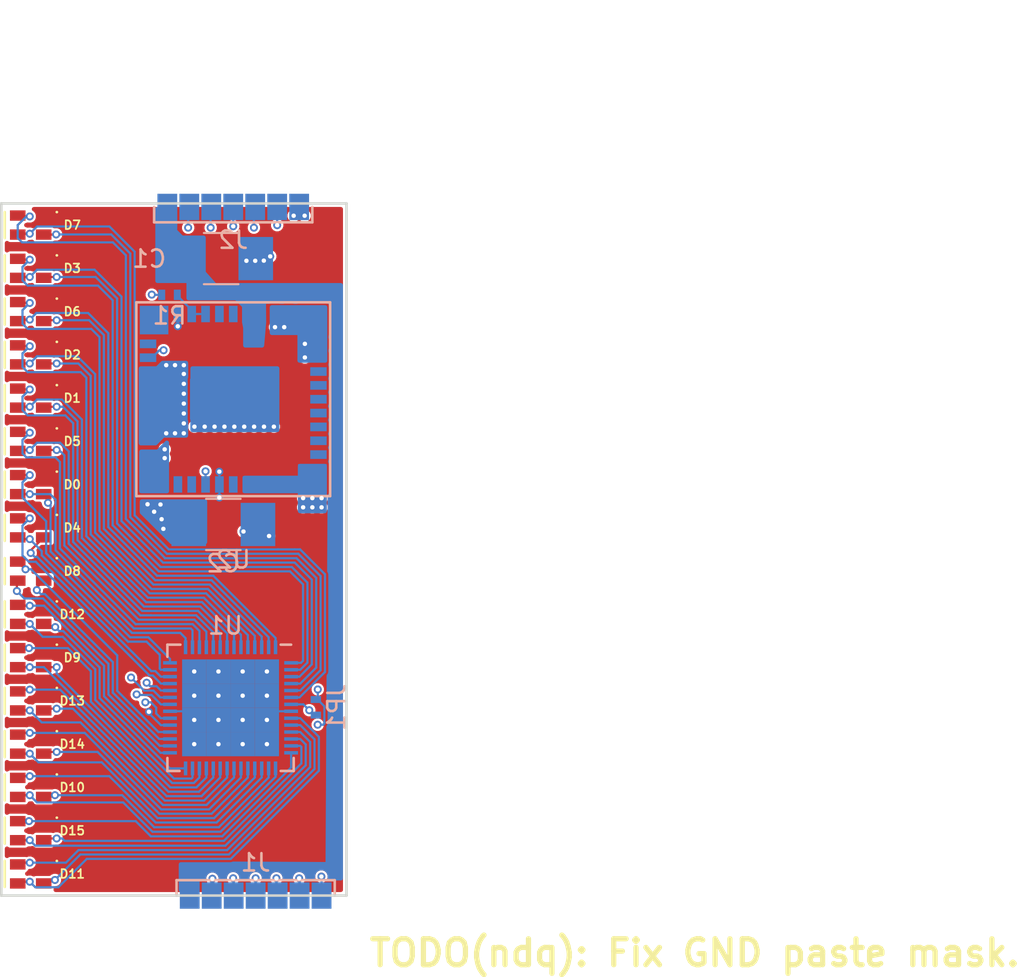
<source format=kicad_pcb>
(kicad_pcb (version 4) (host pcbnew 4.0.7+dfsg1-1)
  (layers (0 F.Cu signal) (1 In1.Cu signal) (2 In2.Cu signal) (31 B.Cu signal) (34 B.Paste user) (35 F.Paste user) (36 B.SilkS user) (37 F.SilkS user) (38 B.Mask user) (39 F.Mask user) (44 Edge.Cuts user))
  (net 0 "")
  (net 1 +3V3)
  (net 2 /LEDR0)
  (net 3 /LEDB0)
  (net 4 /LEDG0)
  (net 5 /LEDR1)
  (net 6 /LEDB1)
  (net 7 /LEDG1)
  (net 8 /LEDR2)
  (net 9 /LEDB2)
  (net 10 /LEDG2)
  (net 11 /LEDR3)
  (net 12 /LEDB3)
  (net 13 /LEDG3)
  (net 14 /LEDR4)
  (net 15 /LEDB4)
  (net 16 /LEDG4)
  (net 17 /LEDR5)
  (net 18 /LEDB5)
  (net 19 /LEDG5)
  (net 20 /LEDR6)
  (net 21 /LEDB6)
  (net 22 /LEDG6)
  (net 23 /LEDR7)
  (net 24 /LEDB7)
  (net 25 /LEDG7)
  (net 26 /LEDR8)
  (net 27 /LEDB8)
  (net 28 /LEDG8)
  (net 29 /LEDR9)
  (net 30 /LEDB9)
  (net 31 /LEDG9)
  (net 32 /LEDR10)
  (net 33 /LEDB10)
  (net 34 /LEDG10)
  (net 35 /LEDR11)
  (net 36 /LEDB11)
  (net 37 /LEDG11)
  (net 38 /LEDR12)
  (net 39 /LEDB12)
  (net 40 /LEDG12)
  (net 41 /LEDR13)
  (net 42 /LEDB13)
  (net 43 /LEDG13)
  (net 44 /LEDR14)
  (net 45 /LEDB14)
  (net 46 /LEDG14)
  (net 47 /LEDR15)
  (net 48 /LEDB15)
  (net 49 /LEDG15)
  (net 50 GND)
  (net 51 /SOUT)
  (net 52 /LAT)
  (net 53 /GSCLK)
  (net 54 /SIN)
  (net 55 /SCLK)
  (net 56 /V36P0)
  (net 57 /SOUT_LAST)
  (net 58 "Net-(R1-Pad2)")
  (module Housings_DFN_QFN:QFN-56-1EP_7x7mm_Pitch0.4mm (layer B.Cu) (at 116.05 61.65 180)
    (fp_text reference U1 (at 0.3 4.75 180) (layer B.SilkS) (effects (justify mirror)))
    (fp_text value TLC5955 hide)
    (pad 1 smd rect (at -3.5 2.6 180) (size 0.8 0.2) (layers B.Cu B.Paste B.Mask) (net 12 /LEDB3))
    (pad 2 smd rect (at -3.5 2.2 180) (size 0.8 0.2) (layers B.Cu B.Paste B.Mask) (net 11 /LEDR3))
    (pad 3 smd rect (at -3.5 1.8 180) (size 0.8 0.2) (layers B.Cu B.Paste B.Mask) (net 13 /LEDG3))
    (pad 4 smd rect (at -3.5 1.4 180) (size 0.8 0.2) (layers B.Cu B.Paste B.Mask) (net 24 /LEDB7))
    (pad 5 smd rect (at -3.5 1 180) (size 0.8 0.2) (layers B.Cu B.Paste B.Mask) (net 23 /LEDR7))
    (pad 6 smd rect (at -3.5 0.6 180) (size 0.8 0.2) (layers B.Cu B.Paste B.Mask) (net 25 /LEDG7))
    (pad 7 smd rect (at -3.5 0.2 180) (size 0.8 0.2) (layers B.Cu B.Paste B.Mask) (net 51 /SOUT))
    (pad 8 smd rect (at -3.5 -0.2 180) (size 0.8 0.2) (layers B.Cu B.Paste B.Mask) (net 50 GND))
    (pad 9 smd rect (at -3.5 -0.6 180) (size 0.8 0.2) (layers B.Cu B.Paste B.Mask) (net 37 /LEDG11))
    (pad 10 smd rect (at -3.5 -1 180) (size 0.8 0.2) (layers B.Cu B.Paste B.Mask) (net 35 /LEDR11))
    (pad 11 smd rect (at -3.5 -1.4 180) (size 0.8 0.2) (layers B.Cu B.Paste B.Mask) (net 36 /LEDB11))
    (pad 12 smd rect (at -3.5 -1.8 180) (size 0.8 0.2) (layers B.Cu B.Paste B.Mask) (net 49 /LEDG15))
    (pad 15 smd rect (at -2.6 -3.5 90) (size 0.8 0.2) (layers B.Cu B.Paste B.Mask) (net 34 /LEDG10))
    (pad 16 smd rect (at -2.2 -3.5 90) (size 0.8 0.2) (layers B.Cu B.Paste B.Mask) (net 32 /LEDR10))
    (pad 17 smd rect (at -1.8 -3.5 90) (size 0.8 0.2) (layers B.Cu B.Paste B.Mask) (net 33 /LEDB10))
    (pad 18 smd rect (at -1.4 -3.5 90) (size 0.8 0.2) (layers B.Cu B.Paste B.Mask) (net 46 /LEDG14))
    (pad 19 smd rect (at -1 -3.5 90) (size 0.8 0.2) (layers B.Cu B.Paste B.Mask) (net 44 /LEDR14))
    (pad 20 smd rect (at -0.6 -3.5 90) (size 0.8 0.2) (layers B.Cu B.Paste B.Mask) (net 45 /LEDB14))
    (pad 21 smd rect (at -0.2 -3.5 90) (size 0.8 0.2) (layers B.Cu B.Paste B.Mask) (net 43 /LEDG13))
    (pad 22 smd rect (at 0.2 -3.5 90) (size 0.8 0.2) (layers B.Cu B.Paste B.Mask) (net 41 /LEDR13))
    (pad 23 smd rect (at 0.6 -3.5 90) (size 0.8 0.2) (layers B.Cu B.Paste B.Mask) (net 42 /LEDB13))
    (pad 24 smd rect (at 1 -3.5 90) (size 0.8 0.2) (layers B.Cu B.Paste B.Mask) (net 31 /LEDG9))
    (pad 57 smd rect (at -2.1 2.1 180) (size 1.4 1.4) (layers B.Cu B.Paste B.Mask) (net 50 GND))
    (pad 13 smd rect (at -3.5 -2.2 180) (size 0.8 0.2) (layers B.Cu B.Paste B.Mask) (net 47 /LEDR15))
    (pad 14 smd rect (at -3.5 -2.6 180) (size 0.8 0.2) (layers B.Cu B.Paste B.Mask) (net 48 /LEDB15))
    (pad 25 smd rect (at 1.4 -3.5 90) (size 0.8 0.2) (layers B.Cu B.Paste B.Mask) (net 29 /LEDR9))
    (pad 26 smd rect (at 1.8 -3.5 90) (size 0.8 0.2) (layers B.Cu B.Paste B.Mask) (net 30 /LEDB9))
    (pad 27 smd rect (at 2.2 -3.5 90) (size 0.8 0.2) (layers B.Cu B.Paste B.Mask) (net 40 /LEDG12))
    (pad 28 smd rect (at 2.6 -3.5 90) (size 0.8 0.2) (layers B.Cu B.Paste B.Mask) (net 38 /LEDR12))
    (pad 42 smd rect (at 3.5 2.6 180) (size 0.8 0.2) (layers B.Cu B.Paste B.Mask) (net 3 /LEDB0))
    (pad 41 smd rect (at 3.5 2.2 180) (size 0.8 0.2) (layers B.Cu B.Paste B.Mask) (net 16 /LEDG4))
    (pad 39 smd rect (at 3.5 1.4 180) (size 0.8 0.2) (layers B.Cu B.Paste B.Mask) (net 15 /LEDB4))
    (pad 38 smd rect (at 3.5 1 180) (size 0.8 0.2) (layers B.Cu B.Paste B.Mask) (net 52 /LAT))
    (pad 40 smd rect (at 3.5 1.8 180) (size 0.8 0.2) (layers B.Cu B.Paste B.Mask) (net 14 /LEDR4))
    (pad 35 smd rect (at 3.5 -0.2 180) (size 0.8 0.2) (layers B.Cu B.Paste B.Mask) (net 50 GND))
    (pad 34 smd rect (at 3.5 -0.6 180) (size 0.8 0.2) (layers B.Cu B.Paste B.Mask) (net 53 /GSCLK))
    (pad 33 smd rect (at 3.5 -1 180) (size 0.8 0.2) (layers B.Cu B.Paste B.Mask) (net 1 +3V3))
    (pad 36 smd rect (at 3.5 0.2 180) (size 0.8 0.2) (layers B.Cu B.Paste B.Mask) (net 54 /SIN))
    (pad 37 smd rect (at 3.5 0.6 180) (size 0.8 0.2) (layers B.Cu B.Paste B.Mask) (net 55 /SCLK))
    (pad 30 smd rect (at 3.5 -2.2 180) (size 0.8 0.2) (layers B.Cu B.Paste B.Mask) (net 28 /LEDG8))
    (pad 31 smd rect (at 3.5 -1.8 180) (size 0.8 0.2) (layers B.Cu B.Paste B.Mask) (net 26 /LEDR8))
    (pad 32 smd rect (at 3.5 -1.4 180) (size 0.8 0.2) (layers B.Cu B.Paste B.Mask) (net 27 /LEDB8))
    (pad 29 smd rect (at 3.5 -2.6 180) (size 0.8 0.2) (layers B.Cu B.Paste B.Mask) (net 39 /LEDB12))
    (pad 55 smd rect (at -2.2 3.5 90) (size 0.8 0.2) (layers B.Cu B.Paste B.Mask) (net 20 /LEDR6))
    (pad 56 smd rect (at -2.6 3.5 90) (size 0.8 0.2) (layers B.Cu B.Paste B.Mask) (net 22 /LEDG6))
    (pad 51 smd rect (at -0.6 3.5 90) (size 0.8 0.2) (layers B.Cu B.Paste B.Mask) (net 9 /LEDB2))
    (pad 49 smd rect (at 0.2 3.5 90) (size 0.8 0.2) (layers B.Cu B.Paste B.Mask) (net 5 /LEDR1))
    (pad 52 smd rect (at -1 3.5 90) (size 0.8 0.2) (layers B.Cu B.Paste B.Mask) (net 8 /LEDR2))
    (pad 53 smd rect (at -1.4 3.5 90) (size 0.8 0.2) (layers B.Cu B.Paste B.Mask) (net 10 /LEDG2))
    (pad 50 smd rect (at -0.2 3.5 90) (size 0.8 0.2) (layers B.Cu B.Paste B.Mask) (net 7 /LEDG1))
    (pad 54 smd rect (at -1.8 3.5 90) (size 0.8 0.2) (layers B.Cu B.Paste B.Mask) (net 21 /LEDB6))
    (pad 45 smd rect (at 1.8 3.5 90) (size 0.8 0.2) (layers B.Cu B.Paste B.Mask) (net 18 /LEDB5))
    (pad 47 smd rect (at 1 3.5 90) (size 0.8 0.2) (layers B.Cu B.Paste B.Mask) (net 19 /LEDG5))
    (pad 46 smd rect (at 1.4 3.5 90) (size 0.8 0.2) (layers B.Cu B.Paste B.Mask) (net 17 /LEDR5))
    (pad 44 smd rect (at 2.2 3.5 90) (size 0.8 0.2) (layers B.Cu B.Paste B.Mask) (net 4 /LEDG0))
    (pad 43 smd rect (at 2.6 3.5 90) (size 0.8 0.2) (layers B.Cu B.Paste B.Mask) (net 2 /LEDR0))
    (pad 48 smd rect (at 0.6 3.5 90) (size 0.8 0.2) (layers B.Cu B.Paste B.Mask) (net 6 /LEDB1))
    (pad 57 smd rect (at -0.7 2.1 180) (size 1.4 1.4) (layers B.Cu B.Paste B.Mask) (net 50 GND))
    (pad 57 smd rect (at 0.7 2.1 180) (size 1.4 1.4) (layers B.Cu B.Paste B.Mask) (net 50 GND))
    (pad 57 smd rect (at 2.1 2.1 180) (size 1.4 1.4) (layers B.Cu B.Paste B.Mask) (net 50 GND))
    (pad 57 smd rect (at 2.1 0.7 180) (size 1.4 1.4) (layers B.Cu B.Paste B.Mask) (net 50 GND))
    (pad 57 smd rect (at 0.7 0.7 180) (size 1.4 1.4) (layers B.Cu B.Paste B.Mask) (net 50 GND))
    (pad 57 smd rect (at -2.1 0.7 180) (size 1.4 1.4) (layers B.Cu B.Paste B.Mask) (net 50 GND))
    (pad 57 smd rect (at -0.7 0.7 180) (size 1.4 1.4) (layers B.Cu B.Paste B.Mask) (net 50 GND))
    (pad 57 smd rect (at 2.1 -0.7 180) (size 1.4 1.4) (layers B.Cu B.Paste B.Mask) (net 50 GND))
    (pad 57 smd rect (at 0.7 -0.7 180) (size 1.4 1.4) (layers B.Cu B.Paste B.Mask) (net 50 GND))
    (pad 57 smd rect (at -2.1 -0.7 180) (size 1.4 1.4) (layers B.Cu B.Paste B.Mask) (net 50 GND))
    (pad 57 smd rect (at -0.7 -0.7 180) (size 1.4 1.4) (layers B.Cu B.Paste B.Mask) (net 50 GND))
    (pad 57 smd rect (at 2.1 -2.1 180) (size 1.4 1.4) (layers B.Cu B.Paste B.Mask) (net 50 GND))
    (pad 57 smd rect (at 0.7 -2.1 180) (size 1.4 1.4) (layers B.Cu B.Paste B.Mask) (net 50 GND))
    (pad 57 smd rect (at -2.1 -2.1 180) (size 1.4 1.4) (layers B.Cu B.Paste B.Mask) (net 50 GND))
    (pad 57 smd rect (at -0.7 -2.1 180) (size 1.4 1.4) (layers B.Cu B.Paste B.Mask) (net 50 GND))
  )
  (module NQBit:43-BQFN-10mmx10mm (layer B.Cu) (at 116.205 43.815 180)
    (fp_text reference U2 (at 0 -9.271 180) (layer B.SilkS) (effects (justify mirror)))
    (fp_text value LMZ34202)
    (pad 6 smd rect (at 0 -4.925 180) (size 0.5 0.95) (layers B.Cu B.Paste B.Mask))
    (pad 1 smd rect (at -4.575 -4.575 180) (size 1.65 1.65) (layers B.Cu B.Paste B.Mask) (net 50 GND))
    (pad 7 smd rect (at 0.8 -4.925 180) (size 0.5 0.95) (layers B.Cu B.Paste B.Mask) (net 1 +3V3))
    (pad 5 smd rect (at -0.8 -4.925 180) (size 0.5 0.95) (layers B.Cu B.Paste B.Mask) (net 50 GND))
    (pad 4 smd rect (at -1.6 -4.925 180) (size 0.5 0.95) (layers B.Cu B.Paste B.Mask) (net 50 GND))
    (pad 3 smd rect (at -2.4 -4.925 180) (size 0.5 0.95) (layers B.Cu B.Paste B.Mask) (net 50 GND))
    (pad 2 smd rect (at -3.2 -4.925 180) (size 0.5 0.95) (layers B.Cu B.Paste B.Mask) (net 50 GND))
    (pad 8 smd rect (at 1.6 -4.925 180) (size 0.5 0.95) (layers B.Cu B.Paste B.Mask) (net 50 GND))
    (pad 10 smd rect (at 3.2 -4.925 180) (size 0.5 0.95) (layers B.Cu B.Paste B.Mask))
    (pad 9 smd rect (at 2.4 -4.925 180) (size 0.5 0.95) (layers B.Cu B.Paste B.Mask))
    (pad 11 smd rect (at 4.575 -4.575 180) (size 1.65 1.65) (layers B.Cu B.Paste B.Mask) (net 50 GND))
    (pad 31 smd rect (at -4.575 4.575 180) (size 1.65 1.65) (layers B.Cu B.Paste B.Mask) (net 50 GND))
    (pad 21 smd rect (at 4.575 4.575 180) (size 1.65 1.65) (layers B.Cu B.Paste B.Mask))
    (pad 32 smd rect (at -4.925 3.2 90) (size 0.5 0.95) (layers B.Cu B.Paste B.Mask) (net 50 GND))
    (pad 36 smd rect (at -4.925 0 90) (size 0.5 0.95) (layers B.Cu B.Paste B.Mask))
    (pad 33 smd rect (at -4.925 2.4 90) (size 0.5 0.95) (layers B.Cu B.Paste B.Mask) (net 50 GND))
    (pad 34 smd rect (at -4.925 1.6 90) (size 0.5 0.95) (layers B.Cu B.Paste B.Mask))
    (pad 35 smd rect (at -4.925 0.8 90) (size 0.5 0.95) (layers B.Cu B.Paste B.Mask))
    (pad 37 smd rect (at -4.925 -0.8 90) (size 0.5 0.95) (layers B.Cu B.Paste B.Mask))
    (pad 38 smd rect (at -4.925 -1.6 90) (size 0.5 0.95) (layers B.Cu B.Paste B.Mask))
    (pad 39 smd rect (at -4.925 -2.4 90) (size 0.5 0.95) (layers B.Cu B.Paste B.Mask))
    (pad 40 smd rect (at -4.925 -3.2 90) (size 0.5 0.95) (layers B.Cu B.Paste B.Mask))
    (pad 19 smd rect (at 4.925 2.4 90) (size 0.5 0.95) (layers B.Cu B.Paste B.Mask) (net 50 GND))
    (pad 17 smd rect (at 4.925 0.8 90) (size 0.5 0.95) (layers B.Cu B.Paste B.Mask) (net 1 +3V3))
    (pad 18 smd rect (at 4.925 1.6 90) (size 0.5 0.95) (layers B.Cu B.Paste B.Mask) (net 1 +3V3))
    (pad 16 smd rect (at 4.925 0 90) (size 0.5 0.95) (layers B.Cu B.Paste B.Mask) (net 1 +3V3))
    (pad 20 smd rect (at 4.925 3.2 90) (size 0.5 0.95) (layers B.Cu B.Paste B.Mask))
    (pad 15 smd rect (at 4.925 -0.8 90) (size 0.5 0.95) (layers B.Cu B.Paste B.Mask) (net 1 +3V3))
    (pad 14 smd rect (at 4.925 -1.6 90) (size 0.5 0.95) (layers B.Cu B.Paste B.Mask) (net 1 +3V3))
    (pad 13 smd rect (at 4.925 -2.4 90) (size 0.5 0.95) (layers B.Cu B.Paste B.Mask) (net 1 +3V3))
    (pad 12 smd rect (at 4.925 -3.2 90) (size 0.5 0.95) (layers B.Cu B.Paste B.Mask) (net 50 GND))
    (pad 27 smd rect (at -0.8 4.925 180) (size 0.5 0.95) (layers B.Cu B.Paste B.Mask) (net 56 /V36P0))
    (pad 28 smd rect (at -1.6 4.925 180) (size 0.5 0.95) (layers B.Cu B.Paste B.Mask) (net 56 /V36P0))
    (pad 29 smd rect (at -2.4 4.925 180) (size 0.5 0.95) (layers B.Cu B.Paste B.Mask) (net 50 GND))
    (pad 30 smd rect (at -3.2 4.925 180) (size 0.5 0.95) (layers B.Cu B.Paste B.Mask) (net 50 GND))
    (pad 24 smd rect (at 1.6 4.925 180) (size 0.5 0.95) (layers B.Cu B.Paste B.Mask) (net 58 "Net-(R1-Pad2)"))
    (pad 23 smd rect (at 2.4 4.925 180) (size 0.5 0.95) (layers B.Cu B.Paste B.Mask) (net 58 "Net-(R1-Pad2)"))
    (pad 25 smd rect (at 0.8 4.925 180) (size 0.5 0.95) (layers B.Cu B.Paste B.Mask))
    (pad 26 smd rect (at 0 4.925 180) (size 0.5 0.95) (layers B.Cu B.Paste B.Mask))
    (pad 22 smd rect (at 3.2 4.925 180) (size 0.5 0.95) (layers B.Cu B.Paste B.Mask) (net 1 +3V3))
    (pad 42 smd rect (at -1.187 3.575 90) (size 1.12 1.12) (layers B.Cu B.Paste B.Mask) (net 56 /V36P0))
    (pad 41 smd rect (at 0 0 90) (size 2.35 5) (layers B.Cu B.Paste B.Mask) (net 50 GND))
    (pad 43 smd rect (at 3.6 0 90) (size 3.3 1) (layers B.Cu B.Paste B.Mask) (net 1 +3V3))
  )
  (module NQBit:CONN_SMD_EDGE_x7_1.27mm (layer B.Cu) (at 116.205 32.7025 180)
    (fp_text reference J2 (at 0 -1.905 180) (layer B.SilkS) (effects (justify mirror)))
    (fp_text value Conn_01x07)
    (pad 4 smd rect (at 0 0 180) (size 1.143 1.524) (layers B.Cu B.Paste B.Mask) (net 51 /SOUT))
    (pad 5 smd rect (at 1.27 0 180) (size 1.143 1.524) (layers B.Cu B.Paste B.Mask) (net 55 /SCLK))
    (pad 6 smd rect (at 2.54 0 180) (size 1.143 1.524) (layers B.Cu B.Paste B.Mask) (net 52 /LAT))
    (pad 7 smd rect (at 3.81 0 180) (size 1.143 1.524) (layers B.Cu B.Paste B.Mask) (net 56 /V36P0))
    (pad 3 smd rect (at -1.27 0 180) (size 1.143 1.524) (layers B.Cu B.Paste B.Mask) (net 53 /GSCLK))
    (pad 2 smd rect (at -2.54 0 180) (size 1.143 1.524) (layers B.Cu B.Paste B.Mask) (net 57 /SOUT_LAST))
    (pad 1 smd rect (at -3.81 0 180) (size 1.143 1.524) (layers B.Cu B.Paste B.Mask) (net 50 GND))
  )
  (module NQBit:CONN_SMD_EDGE_x7_1.27mm_REV (layer B.Cu) (at 117.5 72.5)
    (fp_text reference J1 (at 0 -1.905) (layer B.SilkS) (effects (justify mirror)))
    (fp_text value Conn_01x07)
    (pad 4 smd rect (at 0 0) (size 1.143 1.524) (layers B.Cu B.Paste B.Mask) (net 54 /SIN))
    (pad 3 smd rect (at 1.27 0) (size 1.143 1.524) (layers B.Cu B.Paste B.Mask) (net 53 /GSCLK))
    (pad 2 smd rect (at 2.54 0) (size 1.143 1.524) (layers B.Cu B.Paste B.Mask) (net 57 /SOUT_LAST))
    (pad 1 smd rect (at 3.81 0) (size 1.143 1.524) (layers B.Cu B.Paste B.Mask) (net 50 GND))
    (pad 5 smd rect (at -1.27 0) (size 1.143 1.524) (layers B.Cu B.Paste B.Mask) (net 55 /SCLK))
    (pad 6 smd rect (at -2.54 0) (size 1.143 1.524) (layers B.Cu B.Paste B.Mask) (net 52 /LAT))
    (pad 7 smd rect (at -3.81 0) (size 1.143 1.524) (layers B.Cu B.Paste B.Mask) (net 56 /V36P0))
  )
  (module Resistors_SMD:R_0402_NoSilk (layer B.Cu) (at 120.9802 61.6204 90)
    (fp_text reference JP1 (at 0 1.2 90) (layer B.SilkS) (effects (justify mirror)))
    (fp_text value Jumper_NC_Small)
    (pad 1 smd rect (at -0.45 0 90) (size 0.4 0.6) (layers B.Cu B.Paste B.Mask) (net 51 /SOUT))
    (pad 2 smd rect (at 0.45 0 90) (size 0.4 0.6) (layers B.Cu B.Paste B.Mask) (net 57 /SOUT_LAST))
  )
  (module Capacitors_SMD:C_1210_HandSoldering (layer B.Cu) (at 115.5065 35.687)
    (fp_text reference C1 (at -4.1565 0.013) (layer B.SilkS) (effects (justify mirror)))
    (fp_text value 100uF)
    (pad 1 smd rect (at -2 0) (size 2 2.5) (layers B.Cu B.Paste B.Mask) (net 56 /V36P0))
    (pad 2 smd rect (at 2 0) (size 2 2.5) (layers B.Cu B.Paste B.Mask) (net 50 GND))
  )
  (module Capacitors_SMD:C_1210_HandSoldering (layer B.Cu) (at 115.6335 51.054)
    (fp_text reference C2 (at 0 2.25) (layer B.SilkS) (effects (justify mirror)))
    (fp_text value 100uF)
    (pad 1 smd rect (at -2 0) (size 2 2.5) (layers B.Cu B.Paste B.Mask) (net 1 +3V3))
    (pad 2 smd rect (at 2 0) (size 2 2.5) (layers B.Cu B.Paste B.Mask) (net 50 GND))
  )
  (module Resistors_SMD:R_0402_NoSilk (layer B.Cu) (at 112.522 37.7825)
    (fp_text reference R1 (at 0 1.2) (layer B.SilkS) (effects (justify mirror)))
    (fp_text value 8.87k hide)
    (pad 1 smd rect (at -0.45 0) (size 0.4 0.6) (layers B.Cu B.Paste B.Mask) (net 50 GND))
    (pad 2 smd rect (at 0.45 0) (size 0.4 0.6) (layers B.Cu B.Paste B.Mask) (net 58 "Net-(R1-Pad2)"))
  )
  (module NQBit:LED_HSMF-C114 (layer F.Cu) (at 104.5 48.75 180)
    (fp_text reference D0 (at -2.4 0 180) (layer F.SilkS) (effects (font (size 0.5 0.5) (thickness 0.1))))
    (fp_text value LED_ARGB hide)
    (pad 1 smd rect (at -0.75 0.55 180) (size 0.9 0.6) (layers F.Cu F.Paste F.Mask) (net 1 +3V3))
    (pad 4 smd rect (at 0.75 0.55 180) (size 0.9 0.6) (layers F.Cu F.Paste F.Mask) (net 3 /LEDB0))
    (pad 2 smd rect (at -0.75 -0.55 180) (size 0.9 0.6) (layers F.Cu F.Paste F.Mask) (net 2 /LEDR0))
    (pad 3 smd rect (at 0.75 -0.55 180) (size 0.9 0.6) (layers F.Cu F.Paste F.Mask) (net 4 /LEDG0))
  )
  (module NQBit:LED_HSMF-C114 (layer F.Cu) (at 104.5 43.75 180)
    (fp_text reference D1 (at -2.4 0 180) (layer F.SilkS) (effects (font (size 0.5 0.5) (thickness 0.1))))
    (fp_text value LED_ARGB hide)
    (pad 1 smd rect (at -0.75 0.55 180) (size 0.9 0.6) (layers F.Cu F.Paste F.Mask) (net 1 +3V3))
    (pad 4 smd rect (at 0.75 0.55 180) (size 0.9 0.6) (layers F.Cu F.Paste F.Mask) (net 6 /LEDB1))
    (pad 2 smd rect (at -0.75 -0.55 180) (size 0.9 0.6) (layers F.Cu F.Paste F.Mask) (net 5 /LEDR1))
    (pad 3 smd rect (at 0.75 -0.55 180) (size 0.9 0.6) (layers F.Cu F.Paste F.Mask) (net 7 /LEDG1))
  )
  (module NQBit:LED_HSMF-C114 (layer F.Cu) (at 104.5 41.25 180)
    (fp_text reference D2 (at -2.4 0 180) (layer F.SilkS) (effects (font (size 0.5 0.5) (thickness 0.1))))
    (fp_text value LED_ARGB hide)
    (pad 1 smd rect (at -0.75 0.55 180) (size 0.9 0.6) (layers F.Cu F.Paste F.Mask) (net 1 +3V3))
    (pad 4 smd rect (at 0.75 0.55 180) (size 0.9 0.6) (layers F.Cu F.Paste F.Mask) (net 9 /LEDB2))
    (pad 2 smd rect (at -0.75 -0.55 180) (size 0.9 0.6) (layers F.Cu F.Paste F.Mask) (net 8 /LEDR2))
    (pad 3 smd rect (at 0.75 -0.55 180) (size 0.9 0.6) (layers F.Cu F.Paste F.Mask) (net 10 /LEDG2))
  )
  (module NQBit:LED_HSMF-C114 (layer F.Cu) (at 104.5 36.25 180)
    (fp_text reference D3 (at -2.4 0 180) (layer F.SilkS) (effects (font (size 0.5 0.5) (thickness 0.1))))
    (fp_text value LED_ARGB hide)
    (pad 1 smd rect (at -0.75 0.55 180) (size 0.9 0.6) (layers F.Cu F.Paste F.Mask) (net 1 +3V3))
    (pad 4 smd rect (at 0.75 0.55 180) (size 0.9 0.6) (layers F.Cu F.Paste F.Mask) (net 12 /LEDB3))
    (pad 2 smd rect (at -0.75 -0.55 180) (size 0.9 0.6) (layers F.Cu F.Paste F.Mask) (net 11 /LEDR3))
    (pad 3 smd rect (at 0.75 -0.55 180) (size 0.9 0.6) (layers F.Cu F.Paste F.Mask) (net 13 /LEDG3))
  )
  (module NQBit:LED_HSMF-C114 (layer F.Cu) (at 104.5 46.25 180)
    (fp_text reference D5 (at -2.4 0 180) (layer F.SilkS) (effects (font (size 0.5 0.5) (thickness 0.1))))
    (fp_text value LED_ARGB hide)
    (pad 1 smd rect (at -0.75 0.55 180) (size 0.9 0.6) (layers F.Cu F.Paste F.Mask) (net 1 +3V3))
    (pad 4 smd rect (at 0.75 0.55 180) (size 0.9 0.6) (layers F.Cu F.Paste F.Mask) (net 18 /LEDB5))
    (pad 2 smd rect (at -0.75 -0.55 180) (size 0.9 0.6) (layers F.Cu F.Paste F.Mask) (net 17 /LEDR5))
    (pad 3 smd rect (at 0.75 -0.55 180) (size 0.9 0.6) (layers F.Cu F.Paste F.Mask) (net 19 /LEDG5))
  )
  (module NQBit:LED_HSMF-C114 (layer F.Cu) (at 104.5 38.75 180)
    (fp_text reference D6 (at -2.4 0 180) (layer F.SilkS) (effects (font (size 0.5 0.5) (thickness 0.1))))
    (fp_text value LED_ARGB hide)
    (pad 1 smd rect (at -0.75 0.55 180) (size 0.9 0.6) (layers F.Cu F.Paste F.Mask) (net 1 +3V3))
    (pad 4 smd rect (at 0.75 0.55 180) (size 0.9 0.6) (layers F.Cu F.Paste F.Mask) (net 21 /LEDB6))
    (pad 2 smd rect (at -0.75 -0.55 180) (size 0.9 0.6) (layers F.Cu F.Paste F.Mask) (net 20 /LEDR6))
    (pad 3 smd rect (at 0.75 -0.55 180) (size 0.9 0.6) (layers F.Cu F.Paste F.Mask) (net 22 /LEDG6))
  )
  (module NQBit:LED_HSMF-C114 (layer F.Cu) (at 104.5 33.75 180)
    (fp_text reference D7 (at -2.4 0 180) (layer F.SilkS) (effects (font (size 0.5 0.5) (thickness 0.1))))
    (fp_text value LED_ARGB hide)
    (pad 1 smd rect (at -0.75 0.55 180) (size 0.9 0.6) (layers F.Cu F.Paste F.Mask) (net 1 +3V3))
    (pad 4 smd rect (at 0.75 0.55 180) (size 0.9 0.6) (layers F.Cu F.Paste F.Mask) (net 24 /LEDB7))
    (pad 2 smd rect (at -0.75 -0.55 180) (size 0.9 0.6) (layers F.Cu F.Paste F.Mask) (net 23 /LEDR7))
    (pad 3 smd rect (at 0.75 -0.55 180) (size 0.9 0.6) (layers F.Cu F.Paste F.Mask) (net 25 /LEDG7))
  )
  (module NQBit:LED_HSMF-C114 (layer F.Cu) (at 104.5 53.75 180)
    (fp_text reference D8 (at -2.4 0 180) (layer F.SilkS) (effects (font (size 0.5 0.5) (thickness 0.1))))
    (fp_text value LED_ARGB hide)
    (pad 1 smd rect (at -0.75 0.55 180) (size 0.9 0.6) (layers F.Cu F.Paste F.Mask) (net 1 +3V3))
    (pad 4 smd rect (at 0.75 0.55 180) (size 0.9 0.6) (layers F.Cu F.Paste F.Mask) (net 27 /LEDB8))
    (pad 2 smd rect (at -0.75 -0.55 180) (size 0.9 0.6) (layers F.Cu F.Paste F.Mask) (net 26 /LEDR8))
    (pad 3 smd rect (at 0.75 -0.55 180) (size 0.9 0.6) (layers F.Cu F.Paste F.Mask) (net 28 /LEDG8))
  )
  (module NQBit:LED_HSMF-C114 (layer F.Cu) (at 104.5 58.75 180)
    (fp_text reference D9 (at -2.4 0 180) (layer F.SilkS) (effects (font (size 0.5 0.5) (thickness 0.1))))
    (fp_text value LED_ARGB hide)
    (pad 1 smd rect (at -0.75 0.55 180) (size 0.9 0.6) (layers F.Cu F.Paste F.Mask) (net 1 +3V3))
    (pad 4 smd rect (at 0.75 0.55 180) (size 0.9 0.6) (layers F.Cu F.Paste F.Mask) (net 30 /LEDB9))
    (pad 2 smd rect (at -0.75 -0.55 180) (size 0.9 0.6) (layers F.Cu F.Paste F.Mask) (net 29 /LEDR9))
    (pad 3 smd rect (at 0.75 -0.55 180) (size 0.9 0.6) (layers F.Cu F.Paste F.Mask) (net 31 /LEDG9))
  )
  (module NQBit:LED_HSMF-C114 (layer F.Cu) (at 104.5 66.25 180)
    (fp_text reference D10 (at -2.4 0 180) (layer F.SilkS) (effects (font (size 0.5 0.5) (thickness 0.1))))
    (fp_text value LED_ARGB hide)
    (pad 1 smd rect (at -0.75 0.55 180) (size 0.9 0.6) (layers F.Cu F.Paste F.Mask) (net 1 +3V3))
    (pad 4 smd rect (at 0.75 0.55 180) (size 0.9 0.6) (layers F.Cu F.Paste F.Mask) (net 33 /LEDB10))
    (pad 2 smd rect (at -0.75 -0.55 180) (size 0.9 0.6) (layers F.Cu F.Paste F.Mask) (net 32 /LEDR10))
    (pad 3 smd rect (at 0.75 -0.55 180) (size 0.9 0.6) (layers F.Cu F.Paste F.Mask) (net 34 /LEDG10))
  )
  (module NQBit:LED_HSMF-C114 (layer F.Cu) (at 104.5 71.25 180)
    (fp_text reference D11 (at -2.4 0 180) (layer F.SilkS) (effects (font (size 0.5 0.5) (thickness 0.1))))
    (fp_text value LED_ARGB hide)
    (pad 1 smd rect (at -0.75 0.55 180) (size 0.9 0.6) (layers F.Cu F.Paste F.Mask) (net 1 +3V3))
    (pad 4 smd rect (at 0.75 0.55 180) (size 0.9 0.6) (layers F.Cu F.Paste F.Mask) (net 36 /LEDB11))
    (pad 2 smd rect (at -0.75 -0.55 180) (size 0.9 0.6) (layers F.Cu F.Paste F.Mask) (net 35 /LEDR11))
    (pad 3 smd rect (at 0.75 -0.55 180) (size 0.9 0.6) (layers F.Cu F.Paste F.Mask) (net 37 /LEDG11))
  )
  (module NQBit:LED_HSMF-C114 (layer F.Cu) (at 104.5 56.25 180)
    (fp_text reference D12 (at -2.4 0 180) (layer F.SilkS) (effects (font (size 0.5 0.5) (thickness 0.1))))
    (fp_text value LED_ARGB hide)
    (pad 1 smd rect (at -0.75 0.55 180) (size 0.9 0.6) (layers F.Cu F.Paste F.Mask) (net 1 +3V3))
    (pad 4 smd rect (at 0.75 0.55 180) (size 0.9 0.6) (layers F.Cu F.Paste F.Mask) (net 39 /LEDB12))
    (pad 2 smd rect (at -0.75 -0.55 180) (size 0.9 0.6) (layers F.Cu F.Paste F.Mask) (net 38 /LEDR12))
    (pad 3 smd rect (at 0.75 -0.55 180) (size 0.9 0.6) (layers F.Cu F.Paste F.Mask) (net 40 /LEDG12))
  )
  (module NQBit:LED_HSMF-C114 (layer F.Cu) (at 104.5 61.25 180)
    (fp_text reference D13 (at -2.4 0 180) (layer F.SilkS) (effects (font (size 0.5 0.5) (thickness 0.1))))
    (fp_text value LED_ARGB hide)
    (pad 1 smd rect (at -0.75 0.55 180) (size 0.9 0.6) (layers F.Cu F.Paste F.Mask) (net 1 +3V3))
    (pad 4 smd rect (at 0.75 0.55 180) (size 0.9 0.6) (layers F.Cu F.Paste F.Mask) (net 42 /LEDB13))
    (pad 2 smd rect (at -0.75 -0.55 180) (size 0.9 0.6) (layers F.Cu F.Paste F.Mask) (net 41 /LEDR13))
    (pad 3 smd rect (at 0.75 -0.55 180) (size 0.9 0.6) (layers F.Cu F.Paste F.Mask) (net 43 /LEDG13))
  )
  (module NQBit:LED_HSMF-C114 (layer F.Cu) (at 104.5 63.75 180)
    (fp_text reference D14 (at -2.4 0 180) (layer F.SilkS) (effects (font (size 0.5 0.5) (thickness 0.1))))
    (fp_text value LED_ARGB hide)
    (pad 1 smd rect (at -0.75 0.55 180) (size 0.9 0.6) (layers F.Cu F.Paste F.Mask) (net 1 +3V3))
    (pad 4 smd rect (at 0.75 0.55 180) (size 0.9 0.6) (layers F.Cu F.Paste F.Mask) (net 45 /LEDB14))
    (pad 2 smd rect (at -0.75 -0.55 180) (size 0.9 0.6) (layers F.Cu F.Paste F.Mask) (net 44 /LEDR14))
    (pad 3 smd rect (at 0.75 -0.55 180) (size 0.9 0.6) (layers F.Cu F.Paste F.Mask) (net 46 /LEDG14))
  )
  (module NQBit:LED_HSMF-C114 (layer F.Cu) (at 104.5 68.75 180)
    (fp_text reference D15 (at -2.4 0 180) (layer F.SilkS) (effects (font (size 0.5 0.5) (thickness 0.1))))
    (fp_text value LED_ARGB hide)
    (pad 1 smd rect (at -0.75 0.55 180) (size 0.9 0.6) (layers F.Cu F.Paste F.Mask) (net 1 +3V3))
    (pad 4 smd rect (at 0.75 0.55 180) (size 0.9 0.6) (layers F.Cu F.Paste F.Mask) (net 48 /LEDB15))
    (pad 2 smd rect (at -0.75 -0.55 180) (size 0.9 0.6) (layers F.Cu F.Paste F.Mask) (net 47 /LEDR15))
    (pad 3 smd rect (at 0.75 -0.55 180) (size 0.9 0.6) (layers F.Cu F.Paste F.Mask) (net 49 /LEDG15))
  )
  (module NQBit:LED_HSMF-C114 (layer F.Cu) (at 104.5 51.25 180)
    (fp_text reference D4 (at -2.4 0 180) (layer F.SilkS) (effects (font (size 0.5 0.5) (thickness 0.1))))
    (fp_text value LED_ARGB hide)
    (pad 1 smd rect (at -0.75 0.55 180) (size 0.9 0.6) (layers F.Cu F.Paste F.Mask) (net 1 +3V3))
    (pad 4 smd rect (at 0.75 0.55 180) (size 0.9 0.6) (layers F.Cu F.Paste F.Mask) (net 15 /LEDB4))
    (pad 2 smd rect (at -0.75 -0.55 180) (size 0.9 0.6) (layers F.Cu F.Paste F.Mask) (net 14 /LEDR4))
    (pad 3 smd rect (at 0.75 -0.55 180) (size 0.9 0.6) (layers F.Cu F.Paste F.Mask) (net 16 /LEDG4))
  )
  (gr_text "TODO(ndq): Fix GND paste mask." (at 142.875 75.819) (layer F.SilkS) (effects (font (size 1.5 1.5) (thickness 0.3))))
  (gr_line (start 102.8 72.5) (end 102.8 32.5) (layer Edge.Cuts) (width 0.15))
  (gr_line (start 122.75 72.5) (end 102.8 72.5) (layer Edge.Cuts) (width 0.15))
  (gr_line (start 122.75 32.5) (end 122.75 72.5) (layer Edge.Cuts) (width 0.15))
  (gr_line (start 102.8 32.5) (end 122.75 32.5) (layer Edge.Cuts) (width 0.15))
  (segment (start 112.0648 50.7492) (end 112.0648 51.2064) (width 0.127) (layer F.Cu) (net 1))
  (via (at 112.1664 51.308) (size 0.4572) (drill 0.254) (layers F.Cu B.Cu) (net 1))
  (segment (start 112.0648 51.2064) (end 112.1664 51.308) (width 0.127) (layer F.Cu) (net 1))
  (segment (start 111.633 50.3174) (end 112.0648 50.7492) (width 0.127) (layer B.Cu) (net 1))
  (via (at 112.0648 50.7492) (size 0.4572) (drill 0.254) (layers F.Cu B.Cu) (net 1))
  (segment (start 111.252 49.8856) (end 111.252 49.9364) (width 0.127) (layer B.Cu) (net 1))
  (segment (start 111.252 49.9364) (end 111.633 50.3174) (width 0.127) (layer B.Cu) (net 1))
  (via (at 111.633 50.3174) (size 0.4572) (drill 0.254) (layers F.Cu B.Cu) (net 1))
  (segment (start 112.5065 51.054) (end 111.3381 49.8856) (width 0.127) (layer B.Cu) (net 1))
  (segment (start 111.3381 49.8856) (end 111.252 49.8856) (width 0.127) (layer B.Cu) (net 1))
  (via (at 111.252 49.8856) (size 0.4572) (drill 0.254) (layers F.Cu B.Cu) (net 1))
  (segment (start 115.405 48.74) (end 115.405 48.005) (width 0.127) (layer B.Cu) (net 1))
  (segment (start 115.405 48.005) (end 115.4 48) (width 0.127) (layer B.Cu) (net 1))
  (via (at 115.4 48) (size 0.4572) (drill 0.254) (layers F.Cu B.Cu) (net 1))
  (segment (start 115.405 48.74) (end 115.405 49.495) (width 0.127) (layer B.Cu) (net 1))
  (segment (start 115.405 49.495) (end 115.4 49.5) (width 0.127) (layer B.Cu) (net 1))
  (via (at 115.4 49.5) (size 0.4572) (drill 0.254) (layers F.Cu B.Cu) (net 1))
  (segment (start 113.6335 51.054) (end 112.5065 51.054) (width 0.127) (layer B.Cu) (net 1))
  (segment (start 112.5065 51.054) (end 112 50.5475) (width 0.127) (layer B.Cu) (net 1))
  (segment (start 112 50.5475) (end 112 49.9) (width 0.127) (layer B.Cu) (net 1))
  (via (at 112 49.9) (size 0.4572) (drill 0.254) (layers F.Cu B.Cu) (net 1))
  (via (at 111.33284 61.878883) (size 0.4572) (drill 0.254) (layers F.Cu B.Cu) (net 1))
  (segment (start 112.023 62.65) (end 111.33284 61.95984) (width 0.127) (layer B.Cu) (net 1))
  (segment (start 111.33284 61.95984) (end 111.33284 61.878883) (width 0.127) (layer B.Cu) (net 1))
  (segment (start 112.55 62.65) (end 112.023 62.65) (width 0.127) (layer B.Cu) (net 1))
  (segment (start 113.005 38.89) (end 113.005 39.595) (width 0.127) (layer B.Cu) (net 1))
  (segment (start 113.005 39.595) (end 113 39.6) (width 0.127) (layer B.Cu) (net 1))
  (via (at 113 39.6) (size 0.4572) (drill 0.254) (layers F.Cu B.Cu) (net 1))
  (segment (start 113.039258 38.89) (end 113.188989 39.039731) (width 0.127) (layer B.Cu) (net 1))
  (segment (start 113.005 38.89) (end 113.039258 38.89) (width 0.127) (layer B.Cu) (net 1))
  (segment (start 113.349485 41.84786) (end 113.349444 42.3545) (width 0.127) (layer B.Cu) (net 1))
  (segment (start 113.349398 42.354546) (end 113.349444 42.3545) (width 0.127) (layer B.Cu) (net 1))
  (segment (start 113.349398 42.926) (end 113.349398 42.354546) (width 0.127) (layer B.Cu) (net 1))
  (via (at 113.349444 42.3545) (size 0.4572) (drill 0.254) (layers F.Cu B.Cu) (net 1))
  (segment (start 113.349398 43.4975) (end 113.349398 42.926) (width 0.127) (layer B.Cu) (net 1))
  (via (at 113.349398 42.926) (size 0.4572) (drill 0.254) (layers F.Cu B.Cu) (net 1))
  (segment (start 113.349398 44.069) (end 113.349398 43.4975) (width 0.127) (layer B.Cu) (net 1))
  (via (at 113.349398 43.4975) (size 0.4572) (drill 0.254) (layers F.Cu B.Cu) (net 1))
  (segment (start 113.349398 44.6405) (end 113.349398 44.069) (width 0.127) (layer B.Cu) (net 1))
  (via (at 113.349398 44.069) (size 0.4572) (drill 0.254) (layers F.Cu B.Cu) (net 1))
  (segment (start 113.349485 45.212) (end 113.349485 44.640587) (width 0.127) (layer B.Cu) (net 1))
  (segment (start 113.349485 44.640587) (end 113.349398 44.6405) (width 0.127) (layer B.Cu) (net 1))
  (via (at 113.349398 44.6405) (size 0.4572) (drill 0.254) (layers F.Cu B.Cu) (net 1))
  (segment (start 113.3475 45.7835) (end 113.3475 45.213985) (width 0.127) (layer B.Cu) (net 1))
  (segment (start 113.3475 45.213985) (end 113.349485 45.212) (width 0.127) (layer B.Cu) (net 1))
  (via (at 113.349485 45.212) (size 0.4572) (drill 0.254) (layers F.Cu B.Cu) (net 1))
  (via (at 113.3475 45.7835) (size 0.4572) (drill 0.254) (layers F.Cu B.Cu) (net 1))
  (segment (start 112.605 43.815) (end 113.232 43.815) (width 0.127) (layer B.Cu) (net 1))
  (segment (start 113.232 43.815) (end 113.349485 43.697515) (width 0.127) (layer B.Cu) (net 1))
  (segment (start 113.349485 43.697515) (end 113.349485 41.84786) (width 0.127) (layer B.Cu) (net 1))
  (via (at 113.349485 41.84786) (size 0.4572) (drill 0.254) (layers F.Cu B.Cu) (net 1))
  (segment (start 112.3315 45.7835) (end 112.903 45.7835) (width 0.127) (layer B.Cu) (net 1))
  (via (at 112.8395 45.7835) (size 0.4572) (drill 0.254) (layers F.Cu B.Cu) (net 1))
  (segment (start 112.605 43.815) (end 112.605 45.592) (width 0.127) (layer B.Cu) (net 1))
  (segment (start 112.605 45.592) (end 112.4135 45.7835) (width 0.127) (layer B.Cu) (net 1))
  (segment (start 112.4135 45.7835) (end 112.3315 45.7835) (width 0.127) (layer B.Cu) (net 1))
  (via (at 112.3315 45.7835) (size 0.4572) (drill 0.254) (layers F.Cu B.Cu) (net 1))
  (segment (start 112.605 42.038) (end 112.4135 41.8465) (width 0.127) (layer B.Cu) (net 1))
  (segment (start 112.4135 41.8465) (end 112.3315 41.8465) (width 0.127) (layer B.Cu) (net 1))
  (via (at 112.3315 41.8465) (size 0.4572) (drill 0.254) (layers F.Cu B.Cu) (net 1))
  (segment (start 112.605 43.815) (end 112.605 42.038) (width 0.127) (layer B.Cu) (net 1))
  (segment (start 112.605 42.038) (end 112.7965 41.8465) (width 0.127) (layer B.Cu) (net 1))
  (segment (start 112.7965 41.8465) (end 112.903 41.8465) (width 0.127) (layer B.Cu) (net 1))
  (via (at 112.8395 41.8465) (size 0.4572) (drill 0.254) (layers F.Cu B.Cu) (net 1))
  (segment (start 105.5 49.8) (end 105.5 49.55) (width 0.127) (layer F.Cu) (net 2))
  (segment (start 105.5 49.55) (end 105.25 49.3) (width 0.127) (layer F.Cu) (net 2))
  (segment (start 110.352235 57.320683) (end 105.64599 52.614438) (width 0.127) (layer B.Cu) (net 2))
  (segment (start 105.64599 52.614438) (end 105.64599 49.94599) (width 0.127) (layer B.Cu) (net 2))
  (via (at 105.5 49.8) (size 0.4572) (drill 0.254) (layers F.Cu B.Cu) (net 2))
  (segment (start 105.64599 49.94599) (end 105.5 49.8) (width 0.127) (layer B.Cu) (net 2))
  (segment (start 113.147685 57.320685) (end 110.352235 57.320683) (width 0.127) (layer B.Cu) (net 2))
  (segment (start 113.45 58.15) (end 113.45 57.623) (width 0.127) (layer B.Cu) (net 2))
  (segment (start 113.45 57.623) (end 113.147685 57.320685) (width 0.127) (layer B.Cu) (net 2))
  (segment (start 104.444398 48.2) (end 104.025297 48.619101) (width 0.127) (layer B.Cu) (net 3))
  (segment (start 104.025297 48.619101) (end 104.025297 49.501169) (width 0.127) (layer B.Cu) (net 3))
  (segment (start 104.025297 49.501169) (end 105.39198 50.867852) (width 0.127) (layer B.Cu) (net 3))
  (segment (start 105.39198 50.867852) (end 105.39198 52.719652) (width 0.127) (layer B.Cu) (net 3))
  (segment (start 105.39198 52.719652) (end 110.24702 57.574692) (width 0.127) (layer B.Cu) (net 3))
  (segment (start 112.55 58.823) (end 112.55 59.05) (width 0.127) (layer B.Cu) (net 3))
  (segment (start 110.24702 57.574692) (end 111.301693 57.574693) (width 0.127) (layer B.Cu) (net 3))
  (segment (start 111.301693 57.574693) (end 112.55 58.823) (width 0.127) (layer B.Cu) (net 3))
  (segment (start 104.444398 48.2) (end 103.75 48.2) (width 0.127) (layer F.Cu) (net 3))
  (via (at 104.444398 48.2) (size 0.4572) (drill 0.254) (layers F.Cu B.Cu) (net 3))
  (segment (start 112.6 57.066675) (end 110.45745 57.066674) (width 0.127) (layer B.Cu) (net 4))
  (segment (start 110.45745 57.066674) (end 105.935841 52.545065) (width 0.127) (layer B.Cu) (net 4))
  (segment (start 105.935841 52.545065) (end 105.935841 49.615571) (width 0.127) (layer B.Cu) (net 4))
  (segment (start 105.935841 49.615571) (end 105.62027 49.3) (width 0.127) (layer B.Cu) (net 4))
  (segment (start 105.62027 49.3) (end 104.444398 49.3) (width 0.127) (layer B.Cu) (net 4))
  (segment (start 104.444398 49.3) (end 103.75 49.3) (width 0.127) (layer F.Cu) (net 4))
  (via (at 104.444398 49.3) (size 0.4572) (drill 0.254) (layers F.Cu B.Cu) (net 4))
  (segment (start 113.75 57.066675) (end 112.6 57.066675) (width 0.127) (layer B.Cu) (net 4))
  (segment (start 113.85 57.166675) (end 113.75 57.066675) (width 0.127) (layer B.Cu) (net 4))
  (segment (start 113.85 58.15) (end 113.85 57.166675) (width 0.127) (layer B.Cu) (net 4))
  (segment (start 111.046625 55.796625) (end 114.296625 55.796625) (width 0.127) (layer B.Cu) (net 5))
  (segment (start 114.296625 55.796625) (end 115.85 57.35) (width 0.127) (layer B.Cu) (net 5))
  (segment (start 115.85 57.35) (end 115.85 58.15) (width 0.127) (layer B.Cu) (net 5))
  (segment (start 107.20589 51.95589) (end 111.046625 55.796625) (width 0.127) (layer B.Cu) (net 5))
  (segment (start 107.20589 45.096666) (end 107.20589 51.95589) (width 0.127) (layer B.Cu) (net 5))
  (segment (start 106.359224 44.25) (end 107.20589 45.096666) (width 0.127) (layer B.Cu) (net 5))
  (segment (start 106 44.25) (end 106.359224 44.25) (width 0.127) (layer B.Cu) (net 5))
  (segment (start 106 44.25) (end 105.3 44.25) (width 0.127) (layer F.Cu) (net 5))
  (segment (start 105.3 44.25) (end 105.25 44.3) (width 0.127) (layer F.Cu) (net 5))
  (via (at 106 44.25) (size 0.4572) (drill 0.254) (layers F.Cu B.Cu) (net 5))
  (segment (start 111.75 56.050635) (end 113.5 56.050635) (width 0.127) (layer B.Cu) (net 6))
  (segment (start 113.5 56.050635) (end 114.170857 56.050636) (width 0.127) (layer B.Cu) (net 6))
  (segment (start 114.170857 56.050636) (end 115.45 57.329779) (width 0.127) (layer B.Cu) (net 6))
  (segment (start 115.45 57.329779) (end 115.45 58.15) (width 0.127) (layer B.Cu) (net 6))
  (segment (start 104.444398 43.25) (end 104.025297 43.669101) (width 0.127) (layer B.Cu) (net 6))
  (segment (start 104.025297 44.451169) (end 104.324128 44.75) (width 0.127) (layer B.Cu) (net 6))
  (segment (start 104.025297 43.669101) (end 104.025297 44.451169) (width 0.127) (layer B.Cu) (net 6))
  (segment (start 104.324128 44.75) (end 106.5 44.75) (width 0.127) (layer B.Cu) (net 6))
  (segment (start 106.5 44.75) (end 106.95188 45.20188) (width 0.127) (layer B.Cu) (net 6))
  (segment (start 106.95188 45.20188) (end 106.95188 52.061104) (width 0.127) (layer B.Cu) (net 6))
  (segment (start 106.95188 52.061104) (end 110.94141 56.050634) (width 0.127) (layer B.Cu) (net 6))
  (segment (start 110.94141 56.050634) (end 111.75 56.050635) (width 0.127) (layer B.Cu) (net 6))
  (segment (start 104.444398 43.25) (end 103.8 43.25) (width 0.127) (layer F.Cu) (net 6))
  (segment (start 103.8 43.25) (end 103.75 43.2) (width 0.127) (layer F.Cu) (net 6))
  (via (at 104.444398 43.25) (size 0.4572) (drill 0.254) (layers F.Cu B.Cu) (net 6))
  (segment (start 111.168825 55.542615) (end 114.40184 55.542616) (width 0.127) (layer B.Cu) (net 7))
  (segment (start 114.40184 55.542616) (end 116.25 57.390776) (width 0.127) (layer B.Cu) (net 7))
  (segment (start 116.25 57.390776) (end 116.25 58.15) (width 0.127) (layer B.Cu) (net 7))
  (segment (start 104.444398 44.25) (end 104.863499 43.830899) (width 0.127) (layer B.Cu) (net 7))
  (segment (start 106.299347 43.830899) (end 107.4599 44.991452) (width 0.127) (layer B.Cu) (net 7))
  (segment (start 104.863499 43.830899) (end 106.299347 43.830899) (width 0.127) (layer B.Cu) (net 7))
  (segment (start 107.4599 44.991452) (end 107.4599 51.833692) (width 0.127) (layer B.Cu) (net 7))
  (segment (start 107.4599 51.833692) (end 111.168825 55.542615) (width 0.127) (layer B.Cu) (net 7))
  (segment (start 104.444398 44.25) (end 103.8 44.25) (width 0.127) (layer F.Cu) (net 7))
  (segment (start 103.8 44.25) (end 103.75 44.3) (width 0.127) (layer F.Cu) (net 7))
  (via (at 104.444398 44.25) (size 0.4572) (drill 0.254) (layers F.Cu B.Cu) (net 7))
  (segment (start 106 41.75) (end 107.25 41.75) (width 0.127) (layer B.Cu) (net 8))
  (segment (start 107.25 41.75) (end 107.96792 42.46792) (width 0.127) (layer B.Cu) (net 8))
  (segment (start 107.96792 42.46792) (end 107.96792 51.623264) (width 0.127) (layer B.Cu) (net 8))
  (segment (start 107.96792 51.623264) (end 111.379253 55.034597) (width 0.127) (layer B.Cu) (net 8))
  (segment (start 111.379253 55.034597) (end 114.634597 55.034597) (width 0.127) (layer B.Cu) (net 8))
  (segment (start 114.634597 55.034597) (end 117.05 57.45) (width 0.127) (layer B.Cu) (net 8))
  (segment (start 117.05 57.45) (end 117.05 58.15) (width 0.127) (layer B.Cu) (net 8))
  (segment (start 106 41.75) (end 105.3 41.75) (width 0.127) (layer F.Cu) (net 8))
  (segment (start 105.3 41.75) (end 105.25 41.8) (width 0.127) (layer F.Cu) (net 8))
  (via (at 106 41.75) (size 0.4572) (drill 0.254) (layers F.Cu B.Cu) (net 8))
  (segment (start 104.444398 40.75) (end 104.025297 41.169101) (width 0.127) (layer B.Cu) (net 9))
  (segment (start 104.324128 42.25) (end 107.390776 42.25) (width 0.127) (layer B.Cu) (net 9))
  (segment (start 104.025297 41.169101) (end 104.025297 41.951169) (width 0.127) (layer B.Cu) (net 9))
  (segment (start 104.025297 41.951169) (end 104.324128 42.25) (width 0.127) (layer B.Cu) (net 9))
  (segment (start 107.71391 51.728478) (end 111.27404 55.288606) (width 0.127) (layer B.Cu) (net 9))
  (segment (start 107.390776 42.25) (end 107.71391 42.573134) (width 0.127) (layer B.Cu) (net 9))
  (segment (start 107.71391 42.573134) (end 107.71391 51.728478) (width 0.127) (layer B.Cu) (net 9))
  (segment (start 111.27404 55.288606) (end 114.507055 55.288607) (width 0.127) (layer B.Cu) (net 9))
  (segment (start 114.507055 55.288607) (end 116.65 57.431552) (width 0.127) (layer B.Cu) (net 9))
  (segment (start 116.65 57.431552) (end 116.65 58.15) (width 0.127) (layer B.Cu) (net 9))
  (segment (start 104.444398 40.75) (end 103.8 40.75) (width 0.127) (layer F.Cu) (net 9))
  (segment (start 103.8 40.75) (end 103.75 40.7) (width 0.127) (layer F.Cu) (net 9))
  (via (at 104.444398 40.75) (size 0.4572) (drill 0.254) (layers F.Cu B.Cu) (net 9))
  (segment (start 117.45 57.490776) (end 117.45 58.15) (width 0.127) (layer B.Cu) (net 10))
  (segment (start 111.484468 54.780588) (end 114.739812 54.780588) (width 0.127) (layer B.Cu) (net 10))
  (segment (start 114.739812 54.780588) (end 117.45 57.490776) (width 0.127) (layer B.Cu) (net 10))
  (segment (start 104.444398 41.75) (end 104.863499 41.330899) (width 0.127) (layer B.Cu) (net 10))
  (segment (start 104.863499 41.330899) (end 107.190123 41.330899) (width 0.127) (layer B.Cu) (net 10))
  (segment (start 107.190123 41.330899) (end 108.22193 42.362706) (width 0.127) (layer B.Cu) (net 10))
  (segment (start 108.22193 42.362706) (end 108.22193 51.51805) (width 0.127) (layer B.Cu) (net 10))
  (segment (start 108.22193 51.51805) (end 111.484468 54.780588) (width 0.127) (layer B.Cu) (net 10))
  (segment (start 104.444398 41.75) (end 103.8 41.75) (width 0.127) (layer F.Cu) (net 10))
  (segment (start 103.8 41.75) (end 103.75 41.8) (width 0.127) (layer F.Cu) (net 10))
  (via (at 104.444398 41.75) (size 0.4572) (drill 0.254) (layers F.Cu B.Cu) (net 10))
  (segment (start 119.55 59.45) (end 120.077 59.45) (width 0.127) (layer B.Cu) (net 11))
  (segment (start 120.077 59.45) (end 120.49198 59.03502) (width 0.127) (layer B.Cu) (net 11))
  (segment (start 119.590662 53.510544) (end 112.010543 53.510543) (width 0.127) (layer B.Cu) (net 11))
  (segment (start 120.49198 59.03502) (end 120.49198 54.411862) (width 0.127) (layer B.Cu) (net 11))
  (segment (start 120.49198 54.411862) (end 119.590662 53.510544) (width 0.127) (layer B.Cu) (net 11))
  (segment (start 112.010543 53.510543) (end 109.49198 50.99198) (width 0.127) (layer B.Cu) (net 11))
  (segment (start 109.49198 50.99198) (end 109.49198 37.99198) (width 0.127) (layer B.Cu) (net 11))
  (segment (start 108.25 36.75) (end 106 36.75) (width 0.127) (layer B.Cu) (net 11))
  (segment (start 109.49198 37.99198) (end 108.25 36.75) (width 0.127) (layer B.Cu) (net 11))
  (segment (start 106 36.75) (end 105.3 36.75) (width 0.127) (layer F.Cu) (net 11))
  (segment (start 105.3 36.75) (end 105.25 36.8) (width 0.127) (layer F.Cu) (net 11))
  (via (at 106 36.75) (size 0.4572) (drill 0.254) (layers F.Cu B.Cu) (net 11))
  (segment (start 104.444398 35.75) (end 104.025297 36.169101) (width 0.127) (layer B.Cu) (net 12))
  (segment (start 104.025297 36.169101) (end 104.025297 36.951169) (width 0.127) (layer B.Cu) (net 12))
  (segment (start 120.117776 59.05) (end 119.55 59.05) (width 0.127) (layer B.Cu) (net 12))
  (segment (start 104.025297 36.951169) (end 104.324128 37.25) (width 0.127) (layer B.Cu) (net 12))
  (segment (start 109.23797 38.097194) (end 109.23797 51.097194) (width 0.127) (layer B.Cu) (net 12))
  (segment (start 120.23797 58.929806) (end 120.117776 59.05) (width 0.127) (layer B.Cu) (net 12))
  (segment (start 104.324128 37.25) (end 108.390776 37.25) (width 0.127) (layer B.Cu) (net 12))
  (segment (start 108.390776 37.25) (end 109.23797 38.097194) (width 0.127) (layer B.Cu) (net 12))
  (segment (start 109.23797 51.097194) (end 111.905328 53.764552) (width 0.127) (layer B.Cu) (net 12))
  (segment (start 111.905328 53.764552) (end 119.485447 53.764553) (width 0.127) (layer B.Cu) (net 12))
  (segment (start 119.485447 53.764553) (end 120.23797 54.517076) (width 0.127) (layer B.Cu) (net 12))
  (segment (start 120.23797 54.517076) (end 120.23797 58.929806) (width 0.127) (layer B.Cu) (net 12))
  (segment (start 104.444398 35.75) (end 103.8 35.75) (width 0.127) (layer F.Cu) (net 12))
  (segment (start 103.8 35.75) (end 103.75 35.7) (width 0.127) (layer F.Cu) (net 12))
  (via (at 104.444398 35.75) (size 0.4572) (drill 0.254) (layers F.Cu B.Cu) (net 12))
  (segment (start 119.55 59.85) (end 120.036224 59.85) (width 0.127) (layer B.Cu) (net 13))
  (segment (start 120.036224 59.85) (end 120.74599 59.140234) (width 0.127) (layer B.Cu) (net 13))
  (segment (start 112.147309 53.256533) (end 109.74599 50.855214) (width 0.127) (layer B.Cu) (net 13))
  (segment (start 120.74599 59.140234) (end 120.74599 54.24599) (width 0.127) (layer B.Cu) (net 13))
  (segment (start 109.74599 50.855214) (end 109.74599 37.886766) (width 0.127) (layer B.Cu) (net 13))
  (segment (start 120.74599 54.24599) (end 119.756533 53.256533) (width 0.127) (layer B.Cu) (net 13))
  (segment (start 119.756533 53.256533) (end 112.147309 53.256533) (width 0.127) (layer B.Cu) (net 13))
  (segment (start 109.74599 37.886766) (end 108.190123 36.330899) (width 0.127) (layer B.Cu) (net 13))
  (segment (start 104.863499 36.330899) (end 104.444398 36.75) (width 0.127) (layer B.Cu) (net 13))
  (segment (start 108.190123 36.330899) (end 104.863499 36.330899) (width 0.127) (layer B.Cu) (net 13))
  (segment (start 104.444398 36.75) (end 103.8 36.75) (width 0.127) (layer F.Cu) (net 13))
  (segment (start 103.8 36.75) (end 103.75 36.8) (width 0.127) (layer F.Cu) (net 13))
  (via (at 104.444398 36.75) (size 0.4572) (drill 0.254) (layers F.Cu B.Cu) (net 13))
  (segment (start 104.728599 52.928599) (end 104.5 52.7) (width 0.127) (layer B.Cu) (net 14))
  (segment (start 104.869375 52.928599) (end 104.728599 52.928599) (width 0.127) (layer B.Cu) (net 14))
  (segment (start 112.023 59.85) (end 111.699887 59.526887) (width 0.127) (layer B.Cu) (net 14))
  (segment (start 111.699887 59.526887) (end 111.467663 59.526887) (width 0.127) (layer B.Cu) (net 14))
  (segment (start 111.467663 59.526887) (end 104.869375 52.928599) (width 0.127) (layer B.Cu) (net 14))
  (segment (start 112.55 59.85) (end 112.023 59.85) (width 0.127) (layer B.Cu) (net 14))
  (segment (start 104.5 52.7) (end 104.5 52.55) (width 0.127) (layer F.Cu) (net 14))
  (segment (start 104.5 52.55) (end 105.25 51.8) (width 0.127) (layer F.Cu) (net 14))
  (via (at 104.5 52.7) (size 0.4572) (drill 0.254) (layers F.Cu B.Cu) (net 14))
  (segment (start 112.023 60.25) (end 112.55 60.25) (width 0.127) (layer B.Cu) (net 15))
  (segment (start 111.553898 59.780898) (end 112.023 60.25) (width 0.127) (layer B.Cu) (net 15))
  (segment (start 111.36245 59.780898) (end 111.553898 59.780898) (width 0.127) (layer B.Cu) (net 15))
  (segment (start 104.025297 51.119101) (end 104.025297 52.845567) (width 0.127) (layer B.Cu) (net 15))
  (segment (start 104.790776 53.209224) (end 111.36245 59.780898) (width 0.127) (layer B.Cu) (net 15))
  (segment (start 104.025297 52.845567) (end 104.388954 53.209224) (width 0.127) (layer B.Cu) (net 15))
  (segment (start 104.388954 53.209224) (end 104.790776 53.209224) (width 0.127) (layer B.Cu) (net 15))
  (segment (start 104.444398 50.7) (end 104.025297 51.119101) (width 0.127) (layer B.Cu) (net 15))
  (segment (start 104.444398 50.7) (end 103.75 50.7) (width 0.127) (layer F.Cu) (net 15))
  (via (at 104.444398 50.7) (size 0.4572) (drill 0.254) (layers F.Cu B.Cu) (net 15))
  (segment (start 104.444398 51.9) (end 103.85 51.9) (width 0.127) (layer F.Cu) (net 16))
  (segment (start 103.85 51.9) (end 103.75 51.8) (width 0.127) (layer F.Cu) (net 16))
  (segment (start 110.128701 57.828701) (end 105.13797 52.83797) (width 0.127) (layer B.Cu) (net 16))
  (segment (start 105.13797 52.83797) (end 105.13797 52.593572) (width 0.127) (layer B.Cu) (net 16))
  (segment (start 105.13797 52.593572) (end 104.444398 51.9) (width 0.127) (layer B.Cu) (net 16))
  (via (at 104.444398 51.9) (size 0.4572) (drill 0.254) (layers F.Cu B.Cu) (net 16))
  (segment (start 110.141805 57.828701) (end 110.128701 57.828701) (width 0.127) (layer B.Cu) (net 16))
  (segment (start 111.959499 58.591723) (end 111.196478 57.828702) (width 0.127) (layer B.Cu) (net 16))
  (segment (start 111.196478 57.828702) (end 110.141805 57.828701) (width 0.127) (layer B.Cu) (net 16))
  (segment (start 112.55 59.45) (end 112.023 59.45) (width 0.127) (layer B.Cu) (net 16))
  (segment (start 112.023 59.45) (end 111.959499 59.386499) (width 0.127) (layer B.Cu) (net 16))
  (segment (start 111.959499 59.386499) (end 111.959499 58.591723) (width 0.127) (layer B.Cu) (net 16))
  (segment (start 113.5 56.558655) (end 110.730984 56.558655) (width 0.127) (layer B.Cu) (net 17))
  (segment (start 113.5 56.558655) (end 113.96043 56.558657) (width 0.127) (layer B.Cu) (net 17))
  (segment (start 113.96043 56.558657) (end 114.65 57.248227) (width 0.127) (layer B.Cu) (net 17))
  (segment (start 114.65 57.248227) (end 114.65 58.15) (width 0.127) (layer B.Cu) (net 17))
  (segment (start 106 46.75) (end 105.3 46.75) (width 0.127) (layer F.Cu) (net 17))
  (segment (start 105.3 46.75) (end 105.25 46.8) (width 0.127) (layer F.Cu) (net 17))
  (segment (start 106.44386 47.05614) (end 106.13772 46.75) (width 0.127) (layer B.Cu) (net 17))
  (segment (start 106.13772 46.75) (end 106 46.75) (width 0.127) (layer B.Cu) (net 17))
  (via (at 106 46.75) (size 0.4572) (drill 0.254) (layers F.Cu B.Cu) (net 17))
  (segment (start 110.730984 56.558655) (end 106.44386 52.271532) (width 0.127) (layer B.Cu) (net 17))
  (segment (start 106.44386 52.271532) (end 106.44386 47.05614) (width 0.127) (layer B.Cu) (net 17))
  (segment (start 104.444398 45.75) (end 104.025297 46.169101) (width 0.127) (layer B.Cu) (net 18))
  (segment (start 105.925872 47.175872) (end 106.18985 47.43985) (width 0.127) (layer B.Cu) (net 18))
  (segment (start 110.562665 56.812665) (end 113.855215 56.812666) (width 0.127) (layer B.Cu) (net 18))
  (segment (start 113.855215 56.812666) (end 114.25 57.207451) (width 0.127) (layer B.Cu) (net 18))
  (segment (start 104.025297 46.169101) (end 104.025297 46.951169) (width 0.127) (layer B.Cu) (net 18))
  (segment (start 104.025297 46.951169) (end 104.25 47.175872) (width 0.127) (layer B.Cu) (net 18))
  (segment (start 104.25 47.175872) (end 105.925872 47.175872) (width 0.127) (layer B.Cu) (net 18))
  (segment (start 106.18985 47.43985) (end 106.18985 52.43985) (width 0.127) (layer B.Cu) (net 18))
  (segment (start 106.18985 52.43985) (end 110.562665 56.812665) (width 0.127) (layer B.Cu) (net 18))
  (segment (start 114.25 57.207451) (end 114.25 58.15) (width 0.127) (layer B.Cu) (net 18))
  (segment (start 104.444398 45.75) (end 103.8 45.75) (width 0.127) (layer F.Cu) (net 18))
  (segment (start 103.8 45.75) (end 103.75 45.7) (width 0.127) (layer F.Cu) (net 18))
  (via (at 104.444398 45.75) (size 0.4572) (drill 0.254) (layers F.Cu B.Cu) (net 18))
  (segment (start 107 52.468448) (end 110.836197 56.304643) (width 0.127) (layer B.Cu) (net 19))
  (segment (start 110.836197 56.304643) (end 111.445353 56.304643) (width 0.127) (layer B.Cu) (net 19))
  (segment (start 111.445353 56.304643) (end 111.445355 56.304645) (width 0.127) (layer B.Cu) (net 19))
  (segment (start 111.445355 56.304645) (end 114.065642 56.304645) (width 0.127) (layer B.Cu) (net 19))
  (segment (start 114.065642 56.304645) (end 115.05 57.289003) (width 0.127) (layer B.Cu) (net 19))
  (segment (start 115.05 57.289003) (end 115.05 58.15) (width 0.127) (layer B.Cu) (net 19))
  (segment (start 104.444398 46.75) (end 103.8 46.75) (width 0.127) (layer F.Cu) (net 19))
  (segment (start 103.8 46.75) (end 103.75 46.8) (width 0.127) (layer F.Cu) (net 19))
  (segment (start 106.69787 52.166318) (end 106.69787 46.8276) (width 0.127) (layer B.Cu) (net 19))
  (segment (start 106.69787 46.8276) (end 106.201169 46.330899) (width 0.127) (layer B.Cu) (net 19))
  (segment (start 106.201169 46.330899) (end 104.863499 46.330899) (width 0.127) (layer B.Cu) (net 19))
  (segment (start 104.863499 46.330899) (end 104.444398 46.75) (width 0.127) (layer B.Cu) (net 19))
  (via (at 104.444398 46.75) (size 0.4572) (drill 0.254) (layers F.Cu B.Cu) (net 19))
  (segment (start 107 52.468448) (end 106.69787 52.166318) (width 0.127) (layer B.Cu) (net 19))
  (segment (start 111.694898 54.27257) (end 114.950242 54.27257) (width 0.127) (layer B.Cu) (net 20))
  (segment (start 114.950242 54.27257) (end 118.25 57.572328) (width 0.127) (layer B.Cu) (net 20))
  (segment (start 118.25 57.572328) (end 118.25 58.15) (width 0.127) (layer B.Cu) (net 20))
  (segment (start 111.694898 54.27257) (end 108.72995 51.307622) (width 0.127) (layer B.Cu) (net 20))
  (segment (start 108.72995 51.307622) (end 108.72995 40.105214) (width 0.127) (layer B.Cu) (net 20))
  (segment (start 108.72995 40.105214) (end 107.874736 39.25) (width 0.127) (layer B.Cu) (net 20))
  (segment (start 107.874736 39.25) (end 106 39.25) (width 0.127) (layer B.Cu) (net 20))
  (segment (start 106 39.25) (end 105.3 39.25) (width 0.127) (layer F.Cu) (net 20))
  (segment (start 105.3 39.25) (end 105.25 39.3) (width 0.127) (layer F.Cu) (net 20))
  (via (at 106 39.25) (size 0.4572) (drill 0.254) (layers F.Cu B.Cu) (net 20))
  (segment (start 117.85 57.531552) (end 117.85 58.15) (width 0.127) (layer B.Cu) (net 21))
  (segment (start 111.589683 54.526579) (end 114.845027 54.526579) (width 0.127) (layer B.Cu) (net 21))
  (segment (start 114.845027 54.526579) (end 117.85 57.531552) (width 0.127) (layer B.Cu) (net 21))
  (segment (start 104.444398 38.25) (end 103.8 38.25) (width 0.127) (layer F.Cu) (net 21))
  (segment (start 103.8 38.25) (end 103.75 38.2) (width 0.127) (layer F.Cu) (net 21))
  (segment (start 108 39.75) (end 104.324128 39.75) (width 0.127) (layer B.Cu) (net 21))
  (segment (start 104.324128 39.75) (end 104.025297 39.451169) (width 0.127) (layer B.Cu) (net 21))
  (segment (start 104.025297 39.451169) (end 104.025297 38.669101) (width 0.127) (layer B.Cu) (net 21))
  (segment (start 104.025297 38.669101) (end 104.444398 38.25) (width 0.127) (layer B.Cu) (net 21))
  (via (at 104.444398 38.25) (size 0.4572) (drill 0.254) (layers F.Cu B.Cu) (net 21))
  (segment (start 108.47594 40.22594) (end 108 39.75) (width 0.127) (layer B.Cu) (net 21))
  (segment (start 108.47594 51.412836) (end 108.47594 40.22594) (width 0.127) (layer B.Cu) (net 21))
  (segment (start 111.589683 54.526579) (end 108.47594 51.412836) (width 0.127) (layer B.Cu) (net 21))
  (segment (start 104.444397 39.214027) (end 103.835973 39.214027) (width 0.127) (layer F.Cu) (net 22))
  (segment (start 103.835973 39.214027) (end 103.75 39.3) (width 0.127) (layer F.Cu) (net 22))
  (segment (start 111.800112 54.01856) (end 108.98396 51.202408) (width 0.127) (layer B.Cu) (net 22))
  (segment (start 108.98396 51.202408) (end 108.983959 39.999999) (width 0.127) (layer B.Cu) (net 22))
  (segment (start 108.983959 39.999999) (end 107.814859 38.830899) (width 0.127) (layer B.Cu) (net 22))
  (segment (start 107.814859 38.830899) (end 104.827525 38.830899) (width 0.127) (layer B.Cu) (net 22))
  (segment (start 104.827525 38.830899) (end 104.444397 39.214027) (width 0.127) (layer B.Cu) (net 22))
  (via (at 104.444397 39.214027) (size 0.4572) (drill 0.254) (layers F.Cu B.Cu) (net 22))
  (segment (start 118.65 58.15) (end 118.65 57.613104) (width 0.127) (layer B.Cu) (net 22))
  (segment (start 118.65 57.613104) (end 115.055456 54.01856) (width 0.127) (layer B.Cu) (net 22))
  (segment (start 115.055456 54.01856) (end 111.800112 54.01856) (width 0.127) (layer B.Cu) (net 22))
  (segment (start 103.8 39.25) (end 103.75 39.3) (width 0.127) (layer F.Cu) (net 22))
  (segment (start 105.9688 34.29) (end 109.149224 34.29) (width 0.127) (layer B.Cu) (net 23))
  (segment (start 109.149224 34.29) (end 110.254012 35.394788) (width 0.127) (layer B.Cu) (net 23))
  (segment (start 110.254012 35.394788) (end 110.254013 50.626639) (width 0.127) (layer B.Cu) (net 23))
  (segment (start 110.254013 50.626639) (end 112.375889 52.748515) (width 0.127) (layer B.Cu) (net 23))
  (segment (start 112.375889 52.748515) (end 119.966963 52.748515) (width 0.127) (layer B.Cu) (net 23))
  (segment (start 119.966963 52.748515) (end 121.254012 54.035564) (width 0.127) (layer B.Cu) (net 23))
  (segment (start 121.254012 54.035564) (end 121.254012 59.472988) (width 0.127) (layer B.Cu) (net 23))
  (segment (start 121.254012 59.472988) (end 120.077 60.65) (width 0.127) (layer B.Cu) (net 23))
  (segment (start 120.077 60.65) (end 119.55 60.65) (width 0.127) (layer B.Cu) (net 23))
  (segment (start 105.25 34.3) (end 105.9588 34.3) (width 0.127) (layer F.Cu) (net 23))
  (segment (start 105.9588 34.3) (end 105.9688 34.29) (width 0.127) (layer F.Cu) (net 23))
  (via (at 105.9688 34.29) (size 0.4572) (drill 0.254) (layers F.Cu B.Cu) (net 23))
  (segment (start 105.3 34.25) (end 105.25 34.3) (width 0.127) (layer F.Cu) (net 23))
  (segment (start 119.55 60.25) (end 120.077 60.25) (width 0.127) (layer B.Cu) (net 24))
  (segment (start 110 50.731852) (end 110 35.5) (width 0.127) (layer B.Cu) (net 24))
  (segment (start 120.077 60.25) (end 121 59.327) (width 0.127) (layer B.Cu) (net 24))
  (segment (start 103.75 34.5) (end 103.75 33.75) (width 0.127) (layer B.Cu) (net 24))
  (segment (start 103.75 33.75) (end 104.25 33.25) (width 0.127) (layer B.Cu) (net 24))
  (segment (start 121 59.327) (end 121 54.140776) (width 0.127) (layer B.Cu) (net 24))
  (segment (start 121 54.140776) (end 119.861748 53.002524) (width 0.127) (layer B.Cu) (net 24))
  (segment (start 109.25 34.75) (end 104 34.75) (width 0.127) (layer B.Cu) (net 24))
  (segment (start 104 34.75) (end 103.75 34.5) (width 0.127) (layer B.Cu) (net 24))
  (segment (start 119.861748 53.002524) (end 112.252523 53.002523) (width 0.127) (layer B.Cu) (net 24))
  (segment (start 110 35.5) (end 109.25 34.75) (width 0.127) (layer B.Cu) (net 24))
  (segment (start 112.252523 53.002523) (end 112.252523 52.984375) (width 0.127) (layer B.Cu) (net 24))
  (segment (start 104.25 33.25) (end 104.444398 33.25) (width 0.127) (layer B.Cu) (net 24))
  (segment (start 112.252523 52.984375) (end 110 50.731852) (width 0.127) (layer B.Cu) (net 24))
  (segment (start 104.444398 33.25) (end 103.8 33.25) (width 0.127) (layer F.Cu) (net 24))
  (segment (start 103.8 33.25) (end 103.75 33.2) (width 0.127) (layer F.Cu) (net 24))
  (via (at 104.444398 33.25) (size 0.4572) (drill 0.254) (layers F.Cu B.Cu) (net 24))
  (segment (start 119.55 61.05) (end 120.036224 61.05) (width 0.127) (layer B.Cu) (net 25))
  (segment (start 121.508022 59.578202) (end 121.508022 53.93035) (width 0.127) (layer B.Cu) (net 25))
  (segment (start 119.75 52.491978) (end 118.788424 52.491978) (width 0.127) (layer B.Cu) (net 25))
  (segment (start 120.036224 61.05) (end 121.508022 59.578202) (width 0.127) (layer B.Cu) (net 25))
  (segment (start 121.508022 53.93035) (end 120.069652 52.49198) (width 0.127) (layer B.Cu) (net 25))
  (segment (start 120.069652 52.49198) (end 119.75 52.491978) (width 0.127) (layer B.Cu) (net 25))
  (segment (start 118.788424 52.491978) (end 118.785901 52.494501) (width 0.127) (layer B.Cu) (net 25))
  (segment (start 110.508022 35.289574) (end 109.049346 33.830898) (width 0.127) (layer B.Cu) (net 25))
  (segment (start 118.785901 52.494501) (end 112.481099 52.494501) (width 0.127) (layer B.Cu) (net 25))
  (segment (start 112.481099 52.494501) (end 110.508022 50.521424) (width 0.127) (layer B.Cu) (net 25))
  (segment (start 104.8635 33.830898) (end 104.444398 34.25) (width 0.127) (layer B.Cu) (net 25))
  (segment (start 110.508022 50.521424) (end 110.508022 35.289574) (width 0.127) (layer B.Cu) (net 25))
  (segment (start 109.049346 33.830898) (end 104.8635 33.830898) (width 0.127) (layer B.Cu) (net 25))
  (segment (start 104.444398 34.25) (end 103.8 34.25) (width 0.127) (layer F.Cu) (net 25))
  (segment (start 103.8 34.25) (end 103.75 34.3) (width 0.127) (layer F.Cu) (net 25))
  (via (at 104.444398 34.25) (size 0.4572) (drill 0.254) (layers F.Cu B.Cu) (net 25))
  (segment (start 111.92446 63.45) (end 112.55 63.45) (width 0.127) (layer B.Cu) (net 26))
  (segment (start 105.315724 55.074948) (end 109.245989 59.005213) (width 0.127) (layer B.Cu) (net 26))
  (segment (start 109.245989 59.005213) (end 109.245989 60.771529) (width 0.127) (layer B.Cu) (net 26))
  (segment (start 109.245989 60.771529) (end 111.92446 63.45) (width 0.127) (layer B.Cu) (net 26))
  (segment (start 105.315724 55.074948) (end 105.08225 55.074948) (width 0.127) (layer B.Cu) (net 26))
  (segment (start 105.08225 55.074948) (end 104.853651 54.846349) (width 0.127) (layer B.Cu) (net 26))
  (segment (start 104.853651 54.846349) (end 104.853651 54.696349) (width 0.127) (layer F.Cu) (net 26))
  (segment (start 104.853651 54.696349) (end 105.25 54.3) (width 0.127) (layer F.Cu) (net 26))
  (via (at 104.853651 54.846349) (size 0.4572) (drill 0.254) (layers F.Cu B.Cu) (net 26))
  (segment (start 109.5 60.666315) (end 109.5 58.621109) (width 0.127) (layer B.Cu) (net 27))
  (segment (start 111.883685 63.05) (end 109.5 60.666315) (width 0.127) (layer B.Cu) (net 27))
  (segment (start 112.55 63.05) (end 111.883685 63.05) (width 0.127) (layer B.Cu) (net 27))
  (segment (start 104.523289 53.644398) (end 104.2 53.644398) (width 0.127) (layer B.Cu) (net 27))
  (segment (start 109.5 58.621109) (end 104.523289 53.644398) (width 0.127) (layer B.Cu) (net 27))
  (segment (start 104.2 53.644398) (end 104.194398 53.644398) (width 0.127) (layer F.Cu) (net 27))
  (segment (start 104.194398 53.644398) (end 103.75 53.2) (width 0.127) (layer F.Cu) (net 27))
  (via (at 104.2 53.644398) (size 0.4572) (drill 0.254) (layers F.Cu B.Cu) (net 27))
  (segment (start 108.991978 59.110426) (end 105.21051 55.328958) (width 0.127) (layer B.Cu) (net 28))
  (segment (start 105.21051 55.328958) (end 104.128958 55.328958) (width 0.127) (layer B.Cu) (net 28))
  (segment (start 111.965235 63.85) (end 108.991978 60.876743) (width 0.127) (layer B.Cu) (net 28))
  (segment (start 104.128958 55.328958) (end 103.7 54.9) (width 0.127) (layer B.Cu) (net 28))
  (segment (start 112.55 63.85) (end 111.965235 63.85) (width 0.127) (layer B.Cu) (net 28))
  (segment (start 108.991978 60.876743) (end 108.991978 59.110426) (width 0.127) (layer B.Cu) (net 28))
  (segment (start 103.7 54.9) (end 103.7 54.35) (width 0.127) (layer F.Cu) (net 28))
  (segment (start 103.7 54.35) (end 103.75 54.3) (width 0.127) (layer F.Cu) (net 28))
  (via (at 103.7 54.9) (size 0.4572) (drill 0.254) (layers F.Cu B.Cu) (net 28))
  (segment (start 106 59.68089) (end 112.567629 66.248519) (width 0.127) (layer B.Cu) (net 29))
  (segment (start 106 59.3) (end 106 59.68089) (width 0.127) (layer B.Cu) (net 29))
  (segment (start 112.567629 66.248519) (end 114.078481 66.248519) (width 0.127) (layer B.Cu) (net 29))
  (segment (start 114.078481 66.248519) (end 114.65 65.677) (width 0.127) (layer B.Cu) (net 29))
  (segment (start 114.65 65.677) (end 114.65 65.15) (width 0.127) (layer B.Cu) (net 29))
  (segment (start 106 59.3) (end 105.25 59.3) (width 0.127) (layer F.Cu) (net 29))
  (via (at 106 59.3) (size 0.4572) (drill 0.254) (layers F.Cu B.Cu) (net 29))
  (segment (start 106.644656 58.2) (end 104.4 58.2) (width 0.127) (layer B.Cu) (net 30))
  (segment (start 107.975934 59.531278) (end 106.644656 58.2) (width 0.127) (layer B.Cu) (net 30))
  (segment (start 114.25 65.15) (end 114.25 65.677) (width 0.127) (layer B.Cu) (net 30))
  (segment (start 113.932488 65.994512) (end 112.672847 65.994512) (width 0.127) (layer B.Cu) (net 30))
  (segment (start 112.672847 65.994512) (end 107.975934 61.297599) (width 0.127) (layer B.Cu) (net 30))
  (segment (start 107.975934 61.297599) (end 107.975934 59.531278) (width 0.127) (layer B.Cu) (net 30))
  (segment (start 114.25 65.677) (end 113.932488 65.994512) (width 0.127) (layer B.Cu) (net 30))
  (segment (start 104.4 58.2) (end 103.75 58.2) (width 0.127) (layer F.Cu) (net 30))
  (via (at 104.4 58.2) (size 0.4572) (drill 0.254) (layers F.Cu B.Cu) (net 30))
  (segment (start 105.259885 59.3) (end 112.462413 66.502528) (width 0.127) (layer B.Cu) (net 31))
  (segment (start 115.05 65.677) (end 115.05 65.15) (width 0.127) (layer B.Cu) (net 31))
  (segment (start 114.224472 66.502528) (end 115.05 65.677) (width 0.127) (layer B.Cu) (net 31))
  (segment (start 112.462413 66.502528) (end 114.224472 66.502528) (width 0.127) (layer B.Cu) (net 31))
  (segment (start 104.444398 59.3) (end 105.259885 59.3) (width 0.127) (layer B.Cu) (net 31))
  (segment (start 104.444398 59.3) (end 103.75 59.3) (width 0.127) (layer F.Cu) (net 31))
  (via (at 104.444398 59.3) (size 0.4572) (drill 0.254) (layers F.Cu B.Cu) (net 31))
  (segment (start 118.25 65.677) (end 115.375424 68.551576) (width 0.127) (layer B.Cu) (net 32))
  (segment (start 118.25 65.15) (end 118.25 65.677) (width 0.127) (layer B.Cu) (net 32))
  (segment (start 115.375424 68.551576) (end 111.637004 68.551576) (width 0.127) (layer B.Cu) (net 32))
  (segment (start 111.637004 68.551576) (end 109.785428 66.7) (width 0.127) (layer B.Cu) (net 32))
  (segment (start 109.785428 66.7) (end 105.9 66.7) (width 0.127) (layer B.Cu) (net 32))
  (segment (start 105.9 66.7) (end 105.35 66.7) (width 0.127) (layer F.Cu) (net 32))
  (segment (start 105.35 66.7) (end 105.25 66.8) (width 0.127) (layer F.Cu) (net 32))
  (via (at 105.9 66.7) (size 0.4572) (drill 0.254) (layers F.Cu B.Cu) (net 32))
  (segment (start 115.246396 68.280604) (end 111.725254 68.280604) (width 0.127) (layer B.Cu) (net 33))
  (segment (start 109.044654 65.6) (end 104.444398 65.6) (width 0.127) (layer B.Cu) (net 33))
  (segment (start 111.576457 68.131807) (end 109.044654 65.6) (width 0.127) (layer B.Cu) (net 33))
  (segment (start 111.725254 68.280604) (end 111.576457 68.131807) (width 0.127) (layer B.Cu) (net 33))
  (segment (start 117.85 65.15) (end 117.85 65.677) (width 0.127) (layer B.Cu) (net 33))
  (segment (start 117.85 65.677) (end 115.246396 68.280604) (width 0.127) (layer B.Cu) (net 33))
  (segment (start 104.444398 65.6) (end 103.85 65.6) (width 0.127) (layer F.Cu) (net 33))
  (segment (start 103.85 65.6) (end 103.75 65.7) (width 0.127) (layer F.Cu) (net 33))
  (via (at 104.444398 65.6) (size 0.4572) (drill 0.254) (layers F.Cu B.Cu) (net 33))
  (segment (start 111.54027 68.814067) (end 109.845304 67.119101) (width 0.127) (layer B.Cu) (net 34))
  (segment (start 115.472157 68.814067) (end 111.54027 68.814067) (width 0.127) (layer B.Cu) (net 34))
  (segment (start 118.65 65.636224) (end 115.472157 68.814067) (width 0.127) (layer B.Cu) (net 34))
  (segment (start 109.845304 67.119101) (end 104.863499 67.119101) (width 0.127) (layer B.Cu) (net 34))
  (segment (start 104.863499 67.119101) (end 104.444398 66.7) (width 0.127) (layer B.Cu) (net 34))
  (segment (start 118.65 65.15) (end 118.65 65.636224) (width 0.127) (layer B.Cu) (net 34))
  (segment (start 104.444398 66.7) (end 103.85 66.7) (width 0.127) (layer F.Cu) (net 34))
  (segment (start 103.85 66.7) (end 103.75 66.8) (width 0.127) (layer F.Cu) (net 34))
  (via (at 104.444398 66.7) (size 0.4572) (drill 0.254) (layers F.Cu B.Cu) (net 34))
  (segment (start 105.9 71.6) (end 106.2482 71.2518) (width 0.127) (layer B.Cu) (net 35))
  (segment (start 106.2482 71.2518) (end 106.2482 71.247) (width 0.127) (layer B.Cu) (net 35))
  (segment (start 120.902528 63.475528) (end 120.077 62.65) (width 0.127) (layer B.Cu) (net 35))
  (segment (start 106.2482 71.247) (end 107.368079 70.127121) (width 0.127) (layer B.Cu) (net 35))
  (segment (start 107.368079 70.127121) (end 115.955217 70.127121) (width 0.127) (layer B.Cu) (net 35))
  (segment (start 115.955217 70.127121) (end 120.902528 65.17981) (width 0.127) (layer B.Cu) (net 35))
  (segment (start 120.902528 65.17981) (end 120.902528 63.475528) (width 0.127) (layer B.Cu) (net 35))
  (segment (start 120.077 62.65) (end 119.55 62.65) (width 0.127) (layer B.Cu) (net 35))
  (segment (start 105.9 71.6) (end 105.45 71.6) (width 0.127) (layer F.Cu) (net 35))
  (segment (start 105.45 71.6) (end 105.25 71.8) (width 0.127) (layer F.Cu) (net 35))
  (via (at 105.9 71.6) (size 0.4572) (drill 0.254) (layers F.Cu B.Cu) (net 35))
  (segment (start 104.444398 70.6) (end 106.535976 70.6) (width 0.127) (layer B.Cu) (net 36))
  (segment (start 106.535976 70.6) (end 107.262865 69.873111) (width 0.127) (layer B.Cu) (net 36))
  (segment (start 107.262865 69.873111) (end 115.850003 69.873111) (width 0.127) (layer B.Cu) (net 36))
  (segment (start 115.850003 69.873111) (end 120.648519 65.074595) (width 0.127) (layer B.Cu) (net 36))
  (segment (start 120.648519 63.621519) (end 120.077 63.05) (width 0.127) (layer B.Cu) (net 36))
  (segment (start 120.648519 65.074595) (end 120.648519 63.621519) (width 0.127) (layer B.Cu) (net 36))
  (segment (start 120.077 63.05) (end 119.55 63.05) (width 0.127) (layer B.Cu) (net 36))
  (segment (start 104.444398 70.6) (end 103.85 70.6) (width 0.127) (layer F.Cu) (net 36))
  (segment (start 103.85 70.6) (end 103.75 70.7) (width 0.127) (layer F.Cu) (net 36))
  (via (at 104.444398 70.6) (size 0.4572) (drill 0.254) (layers F.Cu B.Cu) (net 36))
  (segment (start 104.444398 71.7) (end 104.763499 72.019101) (width 0.127) (layer B.Cu) (net 37))
  (segment (start 120.077 62.25) (end 119.55 62.25) (width 0.127) (layer B.Cu) (net 37))
  (segment (start 104.763499 72.019101) (end 106.101169 72.019101) (width 0.127) (layer B.Cu) (net 37))
  (segment (start 106.101169 72.019101) (end 107.739139 70.381131) (width 0.127) (layer B.Cu) (net 37))
  (segment (start 107.739139 70.381131) (end 116.060431 70.381131) (width 0.127) (layer B.Cu) (net 37))
  (segment (start 116.060431 70.381131) (end 121.156537 65.285025) (width 0.127) (layer B.Cu) (net 37))
  (segment (start 121.156537 65.285025) (end 121.156537 63.329537) (width 0.127) (layer B.Cu) (net 37))
  (segment (start 121.156537 63.329537) (end 120.077 62.25) (width 0.127) (layer B.Cu) (net 37))
  (segment (start 104.444398 71.7) (end 103.85 71.7) (width 0.127) (layer F.Cu) (net 37))
  (segment (start 103.85 71.7) (end 103.75 71.8) (width 0.127) (layer F.Cu) (net 37))
  (via (at 104.444398 71.7) (size 0.4572) (drill 0.254) (layers F.Cu B.Cu) (net 37))
  (segment (start 108.483956 61.087171) (end 108.483956 59.320852) (width 0.127) (layer B.Cu) (net 38))
  (segment (start 108.483956 59.320852) (end 106.376888 57.213784) (width 0.127) (layer B.Cu) (net 38))
  (segment (start 113.45 65.15) (end 112.546785 65.15) (width 0.127) (layer B.Cu) (net 38))
  (segment (start 106.376888 57.213784) (end 106.143414 57.213784) (width 0.127) (layer B.Cu) (net 38))
  (segment (start 112.546785 65.15) (end 108.483956 61.087171) (width 0.127) (layer B.Cu) (net 38))
  (segment (start 106.143414 57.213784) (end 105.914815 56.985185) (width 0.127) (layer B.Cu) (net 38))
  (segment (start 105.914815 56.985185) (end 105.435185 56.985185) (width 0.127) (layer F.Cu) (net 38))
  (segment (start 105.435185 56.985185) (end 105.25 56.8) (width 0.127) (layer F.Cu) (net 38))
  (via (at 105.914815 56.985185) (size 0.4572) (drill 0.254) (layers F.Cu B.Cu) (net 38))
  (segment (start 112.55 64.25) (end 112.00601 64.25) (width 0.127) (layer B.Cu) (net 39))
  (segment (start 112.00601 64.25) (end 108.737967 60.981957) (width 0.127) (layer B.Cu) (net 39))
  (segment (start 105.270386 55.748058) (end 104.444398 55.748058) (width 0.127) (layer B.Cu) (net 39))
  (segment (start 108.737967 60.981957) (end 108.737967 59.215639) (width 0.127) (layer B.Cu) (net 39))
  (segment (start 108.737967 59.215639) (end 105.270386 55.748058) (width 0.127) (layer B.Cu) (net 39))
  (segment (start 104.444398 55.748058) (end 103.798058 55.748058) (width 0.127) (layer F.Cu) (net 39))
  (segment (start 103.798058 55.748058) (end 103.75 55.7) (width 0.127) (layer F.Cu) (net 39))
  (via (at 104.444398 55.748058) (size 0.4572) (drill 0.254) (layers F.Cu B.Cu) (net 39))
  (segment (start 104.444398 56.8) (end 105.192458 57.54806) (width 0.127) (layer B.Cu) (net 40))
  (segment (start 108.229945 59.426065) (end 108.229945 61.192385) (width 0.127) (layer B.Cu) (net 40))
  (segment (start 113.786499 65.740501) (end 113.85 65.677) (width 0.127) (layer B.Cu) (net 40))
  (segment (start 106.35194 57.54806) (end 108.229945 59.426065) (width 0.127) (layer B.Cu) (net 40))
  (segment (start 108.229945 61.192385) (end 112.778061 65.740501) (width 0.127) (layer B.Cu) (net 40))
  (segment (start 112.778061 65.740501) (end 113.786499 65.740501) (width 0.127) (layer B.Cu) (net 40))
  (segment (start 113.85 65.677) (end 113.85 65.15) (width 0.127) (layer B.Cu) (net 40))
  (segment (start 105.192458 57.54806) (end 106.35194 57.54806) (width 0.127) (layer B.Cu) (net 40))
  (segment (start 104.444398 56.8) (end 103.75 56.8) (width 0.127) (layer F.Cu) (net 40))
  (via (at 104.444398 56.8) (size 0.4572) (drill 0.254) (layers F.Cu B.Cu) (net 40))
  (segment (start 115.85 65.677) (end 114.516451 67.010549) (width 0.127) (layer B.Cu) (net 41))
  (segment (start 114.516451 67.010549) (end 112.251324 67.010549) (width 0.127) (layer B.Cu) (net 41))
  (segment (start 106.940775 61.7) (end 106 61.7) (width 0.127) (layer B.Cu) (net 41))
  (segment (start 112.251324 67.010549) (end 106.940775 61.7) (width 0.127) (layer B.Cu) (net 41))
  (segment (start 115.85 65.15) (end 115.85 65.677) (width 0.127) (layer B.Cu) (net 41))
  (segment (start 106 61.7) (end 105.35 61.7) (width 0.127) (layer F.Cu) (net 41))
  (segment (start 105.35 61.7) (end 105.25 61.8) (width 0.127) (layer F.Cu) (net 41))
  (via (at 106 61.7) (size 0.4572) (drill 0.254) (layers F.Cu B.Cu) (net 41))
  (segment (start 114.370462 66.756538) (end 112.356538 66.756538) (width 0.127) (layer B.Cu) (net 42))
  (segment (start 115.45 65.15) (end 115.45 65.677) (width 0.127) (layer B.Cu) (net 42))
  (segment (start 112.356538 66.756538) (end 106.2 60.6) (width 0.127) (layer B.Cu) (net 42))
  (segment (start 106.2 60.6) (end 104.444398 60.6) (width 0.127) (layer B.Cu) (net 42))
  (segment (start 115.45 65.677) (end 114.370462 66.756538) (width 0.127) (layer B.Cu) (net 42))
  (segment (start 104.444398 60.6) (end 103.85 60.6) (width 0.127) (layer F.Cu) (net 42))
  (segment (start 103.85 60.6) (end 103.75 60.7) (width 0.127) (layer F.Cu) (net 42))
  (via (at 104.444398 60.6) (size 0.4572) (drill 0.254) (layers F.Cu B.Cu) (net 42))
  (segment (start 105.136396 62.491998) (end 104.444398 61.8) (width 0.127) (layer B.Cu) (net 43))
  (segment (start 116.25 65.15) (end 116.25 65.677) (width 0.127) (layer B.Cu) (net 43))
  (segment (start 114.66244 67.26456) (end 112.14611 67.26456) (width 0.127) (layer B.Cu) (net 43))
  (segment (start 116.25 65.677) (end 114.66244 67.26456) (width 0.127) (layer B.Cu) (net 43))
  (segment (start 107.373549 62.491998) (end 105.136396 62.491998) (width 0.127) (layer B.Cu) (net 43))
  (segment (start 112.14611 67.26456) (end 107.373549 62.491998) (width 0.127) (layer B.Cu) (net 43))
  (segment (start 104.444398 61.8) (end 103.75 61.8) (width 0.127) (layer F.Cu) (net 43))
  (via (at 104.444398 61.8) (size 0.4572) (drill 0.254) (layers F.Cu B.Cu) (net 43))
  (segment (start 111.935682 67.772582) (end 111.786885 67.623784) (width 0.127) (layer B.Cu) (net 44))
  (segment (start 108.363101 64.2) (end 106 64.2) (width 0.127) (layer B.Cu) (net 44))
  (segment (start 111.786885 67.623784) (end 108.363101 64.2) (width 0.127) (layer B.Cu) (net 44))
  (segment (start 114.954418 67.772582) (end 111.935682 67.772582) (width 0.127) (layer B.Cu) (net 44))
  (segment (start 117.05 65.677) (end 114.954418 67.772582) (width 0.127) (layer B.Cu) (net 44))
  (segment (start 117.05 65.15) (end 117.05 65.677) (width 0.127) (layer B.Cu) (net 44))
  (segment (start 106 64.2) (end 105.35 64.2) (width 0.127) (layer F.Cu) (net 44))
  (segment (start 105.35 64.2) (end 105.25 64.3) (width 0.127) (layer F.Cu) (net 44))
  (via (at 106 64.2) (size 0.4572) (drill 0.254) (layers F.Cu B.Cu) (net 44))
  (segment (start 116.65 65.677) (end 114.808429 67.518571) (width 0.127) (layer B.Cu) (net 45))
  (segment (start 112.040896 67.518571) (end 107.622327 63.1) (width 0.127) (layer B.Cu) (net 45))
  (segment (start 116.65 65.15) (end 116.65 65.677) (width 0.127) (layer B.Cu) (net 45))
  (segment (start 114.808429 67.518571) (end 112.040896 67.518571) (width 0.127) (layer B.Cu) (net 45))
  (segment (start 107.622327 63.1) (end 104.444398 63.1) (width 0.127) (layer B.Cu) (net 45))
  (segment (start 104.444398 63.1) (end 103.85 63.1) (width 0.127) (layer F.Cu) (net 45))
  (segment (start 103.85 63.1) (end 103.75 63.2) (width 0.127) (layer F.Cu) (net 45))
  (via (at 104.444398 63.1) (size 0.4572) (drill 0.254) (layers F.Cu B.Cu) (net 45))
  (segment (start 111.830468 68.026593) (end 115.100407 68.026593) (width 0.127) (layer B.Cu) (net 46))
  (segment (start 104.944398 64.8) (end 108.603879 64.8) (width 0.127) (layer B.Cu) (net 46))
  (segment (start 104.444398 64.3) (end 104.944398 64.8) (width 0.127) (layer B.Cu) (net 46))
  (segment (start 115.100407 68.026593) (end 117.45 65.677) (width 0.127) (layer B.Cu) (net 46))
  (segment (start 108.603879 64.8) (end 111.830468 68.026593) (width 0.127) (layer B.Cu) (net 46))
  (segment (start 117.45 65.677) (end 117.45 65.15) (width 0.127) (layer B.Cu) (net 46))
  (segment (start 104.444398 64.3) (end 103.75 64.3) (width 0.127) (layer F.Cu) (net 46))
  (via (at 104.444398 64.3) (size 0.4572) (drill 0.254) (layers F.Cu B.Cu) (net 46))
  (segment (start 120.140501 63.913501) (end 120.140501 64.864165) (width 0.127) (layer B.Cu) (net 47))
  (segment (start 120.140501 64.864165) (end 115.665615 69.339051) (width 0.127) (layer B.Cu) (net 47))
  (segment (start 106.46234 69.339051) (end 106.323289 69.2) (width 0.127) (layer B.Cu) (net 47))
  (segment (start 115.665615 69.339051) (end 106.46234 69.339051) (width 0.127) (layer B.Cu) (net 47))
  (segment (start 106.323289 69.2) (end 106 69.2) (width 0.127) (layer B.Cu) (net 47))
  (segment (start 120.077 63.85) (end 120.140501 63.913501) (width 0.127) (layer B.Cu) (net 47))
  (segment (start 119.55 63.85) (end 120.077 63.85) (width 0.127) (layer B.Cu) (net 47))
  (segment (start 106 69.2) (end 105.35 69.2) (width 0.127) (layer F.Cu) (net 47))
  (segment (start 105.35 69.2) (end 105.25 69.3) (width 0.127) (layer F.Cu) (net 47))
  (via (at 106 69.2) (size 0.4572) (drill 0.254) (layers F.Cu B.Cu) (net 47))
  (segment (start 115.568887 69.076559) (end 111.443536 69.076559) (width 0.127) (layer B.Cu) (net 48))
  (segment (start 110.566977 68.2) (end 104.4 68.2) (width 0.127) (layer B.Cu) (net 48))
  (segment (start 119.55 65.095446) (end 115.568887 69.076559) (width 0.127) (layer B.Cu) (net 48))
  (segment (start 111.443536 69.076559) (end 110.566977 68.2) (width 0.127) (layer B.Cu) (net 48))
  (segment (start 119.55 64.25) (end 119.55 65.095446) (width 0.127) (layer B.Cu) (net 48))
  (segment (start 104.4 68.2) (end 103.75 68.2) (width 0.127) (layer F.Cu) (net 48))
  (via (at 104.4 68.2) (size 0.4572) (drill 0.254) (layers F.Cu B.Cu) (net 48))
  (segment (start 104.444398 69.3) (end 103.75 69.3) (width 0.127) (layer F.Cu) (net 49))
  (segment (start 119.55 63.45) (end 120.077 63.45) (width 0.127) (layer B.Cu) (net 49))
  (segment (start 120.077 63.45) (end 120.39451 63.76751) (width 0.127) (layer B.Cu) (net 49))
  (segment (start 120.39451 63.76751) (end 120.39451 64.96938) (width 0.127) (layer B.Cu) (net 49))
  (segment (start 115.744789 69.619101) (end 104.763499 69.619101) (width 0.127) (layer B.Cu) (net 49))
  (segment (start 120.39451 64.96938) (end 115.744789 69.619101) (width 0.127) (layer B.Cu) (net 49))
  (segment (start 104.763499 69.619101) (end 104.444398 69.3) (width 0.127) (layer B.Cu) (net 49))
  (via (at 104.444398 69.3) (size 0.4572) (drill 0.254) (layers F.Cu B.Cu) (net 49))
  (segment (start 119.405 38.89) (end 119.405 39.395789) (width 0.127) (layer B.Cu) (net 50))
  (segment (start 119.405 39.395789) (end 119.151389 39.6494) (width 0.127) (layer B.Cu) (net 50))
  (via (at 119.151389 39.6494) (size 0.4572) (drill 0.254) (layers F.Cu B.Cu) (net 50))
  (segment (start 118.605 38.89) (end 118.605 39.6364) (width 0.127) (layer B.Cu) (net 50))
  (segment (start 118.605 39.6364) (end 118.618 39.6494) (width 0.127) (layer B.Cu) (net 50))
  (via (at 118.618 39.6494) (size 0.4572) (drill 0.254) (layers F.Cu B.Cu) (net 50))
  (segment (start 121.13 41.415) (end 120.3582 41.415) (width 0.127) (layer B.Cu) (net 50))
  (segment (start 120.3582 41.415) (end 120.3452 41.402) (width 0.127) (layer B.Cu) (net 50))
  (via (at 120.3452 41.402) (size 0.4572) (drill 0.254) (layers F.Cu B.Cu) (net 50))
  (segment (start 121.13 40.615) (end 120.3456 40.615) (width 0.127) (layer B.Cu) (net 50))
  (segment (start 120.3456 40.615) (end 120.3452 40.6146) (width 0.127) (layer B.Cu) (net 50))
  (via (at 120.3452 40.6146) (size 0.4572) (drill 0.254) (layers F.Cu B.Cu) (net 50))
  (segment (start 114.605 48.74) (end 114.605 47.9808) (width 0.127) (layer B.Cu) (net 50))
  (segment (start 114.605 47.9808) (end 114.6048 47.9806) (width 0.127) (layer B.Cu) (net 50))
  (via (at 114.6048 47.9806) (size 0.4572) (drill 0.254) (layers F.Cu B.Cu) (net 50))
  (segment (start 121.31 72.5) (end 121.31 71.41) (width 0.127) (layer B.Cu) (net 50))
  (segment (start 121.31 71.41) (end 121.3 71.4) (width 0.127) (layer B.Cu) (net 50))
  (via (at 121.3 71.4) (size 0.4572) (drill 0.254) (layers F.Cu B.Cu) (net 50))
  (via (at 118.15 60.95) (size 0.4572) (drill 0.254) (layers F.Cu B.Cu) (net 50))
  (via (at 118.15 62.35) (size 0.4572) (drill 0.254) (layers F.Cu B.Cu) (net 50))
  (via (at 118.15 63.75) (size 0.4572) (drill 0.254) (layers F.Cu B.Cu) (net 50))
  (via (at 116.75 63.75) (size 0.4572) (drill 0.254) (layers F.Cu B.Cu) (net 50))
  (via (at 115.35 62.35) (size 0.4572) (drill 0.254) (layers F.Cu B.Cu) (net 50))
  (via (at 115.35 63.75) (size 0.4572) (drill 0.254) (layers F.Cu B.Cu) (net 50))
  (via (at 113.95 63.75) (size 0.4572) (drill 0.254) (layers F.Cu B.Cu) (net 50))
  (via (at 113.95 62.35) (size 0.4572) (drill 0.254) (layers F.Cu B.Cu) (net 50))
  (via (at 113.95 59.55) (size 0.4572) (drill 0.254) (layers F.Cu B.Cu) (net 50))
  (via (at 113.95 60.95) (size 0.4572) (drill 0.254) (layers F.Cu B.Cu) (net 50))
  (via (at 115.35 60.95) (size 0.4572) (drill 0.254) (layers F.Cu B.Cu) (net 50))
  (via (at 115.35 59.55) (size 0.4572) (drill 0.254) (layers F.Cu B.Cu) (net 50))
  (via (at 116.75 59.55) (size 0.4572) (drill 0.254) (layers F.Cu B.Cu) (net 50))
  (via (at 116.75 60.95) (size 0.4572) (drill 0.254) (layers F.Cu B.Cu) (net 50))
  (via (at 118.15 59.55) (size 0.4572) (drill 0.254) (layers F.Cu B.Cu) (net 50))
  (via (at 116.75 62.35) (size 0.4572) (drill 0.254) (layers F.Cu B.Cu) (net 50))
  (segment (start 119.55 61.85) (end 118.65 61.85) (width 0.127) (layer B.Cu) (net 50))
  (segment (start 118.65 61.85) (end 118.15 62.35) (width 0.127) (layer B.Cu) (net 50))
  (segment (start 112.55 61.85) (end 113.45 61.85) (width 0.127) (layer B.Cu) (net 50))
  (segment (start 113.45 61.85) (end 113.95 62.35) (width 0.127) (layer B.Cu) (net 50))
  (via (at 116.967 35.814) (size 0.4572) (drill 0.254) (layers F.Cu B.Cu) (net 50))
  (segment (start 120.2436 49.53) (end 120.2436 50.0634) (width 0.127) (layer B.Cu) (net 50))
  (via (at 120.2436 50.0634) (size 0.4572) (drill 0.254) (layers F.Cu B.Cu) (net 50))
  (segment (start 121.3104 49.53) (end 121.3104 50.0634) (width 0.127) (layer F.Cu) (net 50))
  (via (at 121.3104 50.0634) (size 0.4572) (drill 0.254) (layers F.Cu B.Cu) (net 50))
  (segment (start 120.777 49.53) (end 120.777 50.0634) (width 0.127) (layer B.Cu) (net 50))
  (via (at 120.777 50.0634) (size 0.4572) (drill 0.254) (layers F.Cu B.Cu) (net 50))
  (segment (start 111.63 47.438) (end 111.8494 47.2186) (width 0.127) (layer B.Cu) (net 50))
  (segment (start 111.8494 47.2186) (end 112.242664 47.2186) (width 0.127) (layer B.Cu) (net 50))
  (via (at 112.242664 47.2186) (size 0.4572) (drill 0.254) (layers F.Cu B.Cu) (net 50))
  (segment (start 111.28 47.015) (end 111.938264 47.015) (width 0.127) (layer B.Cu) (net 50))
  (segment (start 111.938264 47.015) (end 112.242664 46.7106) (width 0.127) (layer B.Cu) (net 50))
  (via (at 112.242664 46.7106) (size 0.4572) (drill 0.254) (layers F.Cu B.Cu) (net 50))
  (segment (start 111.63 47.438) (end 111.7478 47.3202) (width 0.127) (layer B.Cu) (net 50))
  (segment (start 111.7478 47.3202) (end 112.242664 47.3202) (width 0.127) (layer B.Cu) (net 50))
  (segment (start 112.1415 46.9265) (end 112.242664 46.9265) (width 0.127) (layer B.Cu) (net 50))
  (segment (start 111.63 48.39) (end 111.63 47.438) (width 0.127) (layer B.Cu) (net 50))
  (segment (start 111.63 47.438) (end 112.1415 46.9265) (width 0.127) (layer B.Cu) (net 50))
  (segment (start 120.2436 49.53) (end 121.3104 49.53) (width 0.127) (layer B.Cu) (net 50))
  (via (at 121.3104 49.53) (size 0.4572) (drill 0.254) (layers F.Cu B.Cu) (net 50))
  (via (at 120.777 49.53) (size 0.4572) (drill 0.254) (layers F.Cu B.Cu) (net 50))
  (segment (start 120.78 48.39) (end 120.78 49.342) (width 0.127) (layer B.Cu) (net 50))
  (segment (start 120.78 49.342) (end 120.592 49.53) (width 0.127) (layer B.Cu) (net 50))
  (segment (start 120.592 49.53) (end 120.2436 49.53) (width 0.127) (layer B.Cu) (net 50))
  (via (at 120.2436 49.53) (size 0.4572) (drill 0.254) (layers F.Cu B.Cu) (net 50))
  (segment (start 118.08461 51.911123) (end 118.275121 51.720612) (width 0.127) (layer B.Cu) (net 50))
  (via (at 118.275121 51.720612) (size 0.4572) (drill 0.254) (layers F.Cu B.Cu) (net 50))
  (via (at 118.343732 35.559056) (size 0.4572) (drill 0.254) (layers F.Cu B.Cu) (net 50))
  (via (at 117.97323 35.806184) (size 0.4572) (drill 0.254) (layers F.Cu B.Cu) (net 50))
  (segment (start 111.507954 37.7825) (end 111.496371 37.770917) (width 0.127) (layer B.Cu) (net 50))
  (segment (start 112.072 37.7825) (end 111.507954 37.7825) (width 0.127) (layer B.Cu) (net 50))
  (via (at 111.496371 37.770917) (size 0.4572) (drill 0.254) (layers F.Cu B.Cu) (net 50))
  (segment (start 120.78 39.24) (end 120.78 40.192) (width 0.127) (layer B.Cu) (net 50))
  (segment (start 119.405 38.89) (end 119.38 38.915) (width 0.127) (layer B.Cu) (net 50))
  (segment (start 119.38 38.915) (end 119.38 39.097498) (width 0.127) (layer B.Cu) (net 50))
  (segment (start 111.937075 40.982925) (end 112.17911 40.982925) (width 0.127) (layer B.Cu) (net 50))
  (segment (start 111.28 41.415) (end 111.505 41.415) (width 0.127) (layer B.Cu) (net 50))
  (via (at 112.17911 40.982925) (size 0.4572) (drill 0.254) (layers F.Cu B.Cu) (net 50))
  (segment (start 111.505 41.415) (end 111.937075 40.982925) (width 0.127) (layer B.Cu) (net 50))
  (segment (start 114.605 48.74) (end 114.605 48.515) (width 0.127) (layer B.Cu) (net 50))
  (segment (start 117.4115 51.7525) (end 117.306421 51.647421) (width 0.127) (layer B.Cu) (net 50))
  (via (at 116.796216 51.46039) (size 0.4572) (drill 0.254) (layers F.Cu B.Cu) (net 50))
  (segment (start 117.005 48.74) (end 117.805 48.74) (width 0.127) (layer B.Cu) (net 50))
  (via (at 119.6975 33.2105) (size 0.4572) (drill 0.254) (layers F.Cu B.Cu) (net 50))
  (segment (start 117.5065 35.687) (end 117.5065 35.845602) (width 0.127) (layer B.Cu) (net 50))
  (via (at 117.475 35.814) (size 0.4572) (drill 0.254) (layers F.Cu B.Cu) (net 50))
  (via (at 120.3325 33.2105) (size 0.4572) (drill 0.254) (layers F.Cu B.Cu) (net 50))
  (segment (start 117.805 48.74) (end 118.646 48.74) (width 0.127) (layer B.Cu) (net 50))
  (segment (start 114.605 48.74) (end 114.605 48.965) (width 0.127) (layer B.Cu) (net 50))
  (segment (start 116.84 43.18) (end 116.205 43.815) (width 0.127) (layer B.Cu) (net 50))
  (segment (start 117.983 45.4025) (end 118.5545 45.4025) (width 0.127) (layer B.Cu) (net 50))
  (via (at 118.5545 45.4025) (size 0.4572) (drill 0.254) (layers F.Cu B.Cu) (net 50))
  (segment (start 117.4115 45.4025) (end 117.983 45.4025) (width 0.127) (layer B.Cu) (net 50))
  (via (at 117.983 45.4025) (size 0.4572) (drill 0.254) (layers F.Cu B.Cu) (net 50))
  (segment (start 116.427 45.4025) (end 117.4115 45.4025) (width 0.127) (layer B.Cu) (net 50))
  (via (at 117.4115 45.4025) (size 0.4572) (drill 0.254) (layers F.Cu B.Cu) (net 50))
  (segment (start 116.205 45.1805) (end 116.427 45.4025) (width 0.127) (layer B.Cu) (net 50))
  (segment (start 116.427 45.4025) (end 116.84 45.4025) (width 0.127) (layer B.Cu) (net 50))
  (via (at 116.84 45.4025) (size 0.4572) (drill 0.254) (layers F.Cu B.Cu) (net 50))
  (segment (start 116.205 45.1805) (end 116.2685 45.244) (width 0.127) (layer B.Cu) (net 50))
  (segment (start 116.2685 45.244) (end 116.2685 45.4025) (width 0.127) (layer B.Cu) (net 50))
  (via (at 116.2685 45.4025) (size 0.4572) (drill 0.254) (layers F.Cu B.Cu) (net 50))
  (segment (start 115.697 45.401869) (end 115.1255 45.401869) (width 0.127) (layer B.Cu) (net 50))
  (segment (start 116.205 43.8785) (end 116.205 45.1805) (width 0.127) (layer B.Cu) (net 50))
  (segment (start 116.205 45.1805) (end 115.983631 45.401869) (width 0.127) (layer B.Cu) (net 50))
  (segment (start 115.983631 45.401869) (end 115.697 45.401869) (width 0.127) (layer B.Cu) (net 50))
  (via (at 115.697 45.401869) (size 0.4572) (drill 0.254) (layers F.Cu B.Cu) (net 50))
  (segment (start 115.1255 45.401869) (end 114.554 45.401869) (width 0.127) (layer B.Cu) (net 50))
  (via (at 115.1255 45.401869) (size 0.4572) (drill 0.254) (layers F.Cu B.Cu) (net 50))
  (segment (start 114.554 45.401869) (end 113.961187 45.401869) (width 0.127) (layer B.Cu) (net 50))
  (via (at 114.554 45.401869) (size 0.4572) (drill 0.254) (layers F.Cu B.Cu) (net 50))
  (via (at 113.961187 45.401869) (size 0.4572) (drill 0.254) (layers F.Cu B.Cu) (net 50))
  (segment (start 120.8802 62.0704) (end 120.5992 61.7894) (width 0.127) (layer B.Cu) (net 51))
  (segment (start 120.5992 61.7894) (end 120.2598 61.45) (width 0.127) (layer B.Cu) (net 51))
  (via (at 120.5992 61.7894) (size 0.4572) (drill 0.254) (layers F.Cu B.Cu) (net 51))
  (segment (start 116.205 32.7025) (end 116.205 33.8191) (width 0.127) (layer B.Cu) (net 51))
  (via (at 116.205 33.8191) (size 0.4572) (drill 0.254) (layers F.Cu B.Cu) (net 51))
  (segment (start 120.9802 62.0704) (end 120.8802 62.0704) (width 0.127) (layer B.Cu) (net 51))
  (segment (start 120.2598 61.45) (end 120.077 61.45) (width 0.127) (layer B.Cu) (net 51))
  (segment (start 120.077 61.45) (end 119.55 61.45) (width 0.127) (layer B.Cu) (net 51))
  (segment (start 114.96 72.5) (end 114.96 71.56712) (width 0.127) (layer B.Cu) (net 52))
  (via (at 115 71.52712) (size 0.4572) (drill 0.254) (layers F.Cu B.Cu) (net 52))
  (segment (start 114.96 71.56712) (end 115 71.52712) (width 0.127) (layer B.Cu) (net 52))
  (segment (start 113.6 33.9) (end 113.6 32.7675) (width 0.127) (layer B.Cu) (net 52))
  (segment (start 113.6 32.7675) (end 113.665 32.7025) (width 0.127) (layer B.Cu) (net 52))
  (via (at 113.6 33.9) (size 0.4572) (drill 0.254) (layers F.Cu B.Cu) (net 52))
  (segment (start 111.4 60.4) (end 111.2 60.2) (width 0.127) (layer B.Cu) (net 52))
  (via (at 111.2 60.2) (size 0.4572) (drill 0.254) (layers F.Cu B.Cu) (net 52))
  (segment (start 111.773 60.4) (end 111.4 60.4) (width 0.127) (layer B.Cu) (net 52))
  (segment (start 112.55 60.65) (end 112.023 60.65) (width 0.127) (layer B.Cu) (net 52))
  (segment (start 112.023 60.65) (end 111.773 60.4) (width 0.127) (layer B.Cu) (net 52))
  (segment (start 117.4 33.9) (end 117.4 32.7775) (width 0.127) (layer B.Cu) (net 53))
  (segment (start 117.4 32.7775) (end 117.475 32.7025) (width 0.127) (layer B.Cu) (net 53))
  (via (at 117.4 33.9) (size 0.4572) (drill 0.254) (layers F.Cu B.Cu) (net 53))
  (segment (start 118.7 71.5) (end 118.7 72.43) (width 0.127) (layer B.Cu) (net 53))
  (segment (start 118.7 72.43) (end 118.77 72.5) (width 0.127) (layer B.Cu) (net 53))
  (via (at 118.7 71.5) (size 0.4572) (drill 0.254) (layers F.Cu B.Cu) (net 53))
  (segment (start 111.75195 61.97895) (end 111.75195 61.636756) (width 0.127) (layer B.Cu) (net 53))
  (segment (start 112.023 62.25) (end 111.75195 61.97895) (width 0.127) (layer B.Cu) (net 53))
  (segment (start 112.55 62.25) (end 112.023 62.25) (width 0.127) (layer B.Cu) (net 53))
  (via (at 111.124861 61.332956) (size 0.4572) (drill 0.254) (layers F.Cu B.Cu) (net 53))
  (segment (start 111.44815 61.332956) (end 111.124861 61.332956) (width 0.127) (layer B.Cu) (net 53))
  (segment (start 111.75195 61.636756) (end 111.44815 61.332956) (width 0.127) (layer B.Cu) (net 53))
  (segment (start 117.5 71.5) (end 117.5 72.5) (width 0.127) (layer B.Cu) (net 54))
  (via (at 117.5 71.5) (size 0.4572) (drill 0.254) (layers F.Cu B.Cu) (net 54))
  (segment (start 110.656085 60.908022) (end 110.622301 60.874238) (width 0.127) (layer B.Cu) (net 54))
  (segment (start 111.481022 60.908022) (end 110.656085 60.908022) (width 0.127) (layer B.Cu) (net 54))
  (segment (start 112.023 61.45) (end 111.481022 60.908022) (width 0.127) (layer B.Cu) (net 54))
  (segment (start 112.55 61.45) (end 112.023 61.45) (width 0.127) (layer B.Cu) (net 54))
  (via (at 110.622301 60.874238) (size 0.4572) (drill 0.254) (layers F.Cu B.Cu) (net 54))
  (segment (start 116.23 72.5) (end 116.23 71.53) (width 0.127) (layer B.Cu) (net 55))
  (segment (start 116.23 71.53) (end 116.2 71.5) (width 0.127) (layer B.Cu) (net 55))
  (via (at 116.2 71.5) (size 0.4572) (drill 0.254) (layers F.Cu B.Cu) (net 55))
  (segment (start 111.054011 60.654011) (end 110.3 59.9) (width 0.127) (layer B.Cu) (net 55))
  (segment (start 111.594786 60.654011) (end 111.054011 60.654011) (width 0.127) (layer B.Cu) (net 55))
  (segment (start 114.9 33.9) (end 114.9 32.7375) (width 0.127) (layer B.Cu) (net 55))
  (segment (start 114.9 32.7375) (end 114.935 32.7025) (width 0.127) (layer B.Cu) (net 55))
  (via (at 114.9 33.9) (size 0.4572) (drill 0.254) (layers F.Cu B.Cu) (net 55))
  (segment (start 111.990775 61.05) (end 111.594786 60.654011) (width 0.127) (layer B.Cu) (net 55))
  (segment (start 112.55 61.05) (end 111.990775 61.05) (width 0.127) (layer B.Cu) (net 55))
  (via (at 110.3 59.9) (size 0.4572) (drill 0.254) (layers F.Cu B.Cu) (net 55))
  (segment (start 117.9322 37.8714) (end 117.8814 37.8206) (width 0.127) (layer B.Cu) (net 56))
  (segment (start 117.8814 37.8206) (end 117.8306 37.8206) (width 0.127) (layer B.Cu) (net 56))
  (segment (start 117.2718 38.5318) (end 117.9322 37.8714) (width 0.127) (layer B.Cu) (net 56))
  (segment (start 117.2718 39.4328) (end 117.2718 38.5318) (width 0.127) (layer B.Cu) (net 56))
  (segment (start 117.392 40.24) (end 117.392 39.553) (width 0.127) (layer B.Cu) (net 56))
  (segment (start 117.392 39.553) (end 117.2718 39.4328) (width 0.127) (layer B.Cu) (net 56))
  (segment (start 113.5065 35.687) (end 113.5065 35.437) (width 0.127) (layer B.Cu) (net 56))
  (segment (start 113.5065 35.437) (end 112.395 34.3255) (width 0.127) (layer B.Cu) (net 56))
  (segment (start 112.395 34.3255) (end 112.395 33.5915) (width 0.127) (layer B.Cu) (net 56))
  (segment (start 112.395 33.5915) (end 112.395 32.7025) (width 0.127) (layer B.Cu) (net 56))
  (segment (start 121.090861 60.588061) (end 121.090861 61.059739) (width 0.127) (layer B.Cu) (net 57))
  (segment (start 121.090861 61.059739) (end 120.9802 61.1704) (width 0.127) (layer B.Cu) (net 57))
  (via (at 121.090861 60.588061) (size 0.4572) (drill 0.254) (layers F.Cu B.Cu) (net 57))
  (segment (start 118.745 32.7025) (end 118.745 33.7566) (width 0.127) (layer B.Cu) (net 57))
  (via (at 118.745 33.7566) (size 0.4572) (drill 0.254) (layers F.Cu B.Cu) (net 57))
  (segment (start 121.084371 62.626002) (end 121.40766 62.626002) (width 0.127) (layer B.Cu) (net 57))
  (segment (start 121.40766 62.626002) (end 121.470701 62.562961) (width 0.127) (layer B.Cu) (net 57))
  (segment (start 121.470701 62.562961) (end 121.470701 61.560901) (width 0.127) (layer B.Cu) (net 57))
  (segment (start 121.0802 61.1704) (end 120.9802 61.1704) (width 0.127) (layer B.Cu) (net 57))
  (segment (start 121.470701 61.560901) (end 121.0802 61.1704) (width 0.127) (layer B.Cu) (net 57))
  (via (at 121.084371 62.626002) (size 0.4572) (drill 0.254) (layers F.Cu B.Cu) (net 57))
  (segment (start 120.04 72.5) (end 120.04 71.526) (width 0.127) (layer B.Cu) (net 57))
  (segment (start 120.04 71.526) (end 120.015 71.501) (width 0.127) (layer B.Cu) (net 57))
  (via (at 120.015 71.501) (size 0.4572) (drill 0.254) (layers F.Cu B.Cu) (net 57))
  (segment (start 114.605 38.89) (end 113.805 38.89) (width 0.127) (layer B.Cu) (net 58))
  (segment (start 113.805 38.89) (end 113.805 38.665) (width 0.127) (layer B.Cu) (net 58))
  (segment (start 113.805 38.665) (end 112.991612 37.851612) (width 0.127) (layer B.Cu) (net 58))
  (segment (start 112.991612 37.851612) (end 113.016362 37.826862) (width 0.127) (layer B.Cu) (net 58))
  (zone (net 1) (net_name +3V3) (layer B.Cu) (connect_pads yes (clearance 0.127)) (min_thickness 0.254) (fill yes (arc_segments 16) (thermal_gap 0.508) (thermal_bridge_width 0.508))
    (polygon (pts (xy 110.744 41.91) (xy 111.76 41.91) (xy 112.0775 41.5925) (xy 113.6015 41.5925) (xy 113.6015 46.0375) (xy 112.2045 46.0375) (xy 111.76 46.482) (xy 110.744 46.482)))
  )
  (zone (net 1) (net_name +3V3) (layer F.Cu) (connect_pads yes (clearance 0.127)) (min_thickness 0.254) (fill yes (arc_segments 16) (thermal_gap 0.508) (thermal_bridge_width 0.508))
    (polygon (pts (xy 122.7 32.5) (xy 102.8 32.5) (xy 102.8 72.5) (xy 122.7 72.5)))
  )
  (zone (net 50) (net_name GND) (layer B.Cu) (connect_pads yes (clearance 0.127)) (min_thickness 0.254) (fill yes (arc_segments 16) (thermal_gap 0.508) (thermal_bridge_width 0.508))
    (polygon (pts (xy 113.7285 45.72) (xy 118.872 45.72) (xy 118.872 41.91) (xy 113.7285 41.91)))
  )
  (zone (net 50) (net_name GND) (layer B.Cu) (connect_pads yes (clearance 0.127)) (min_thickness 0.254) (fill yes (arc_segments 16) (thermal_gap 0.508) (thermal_bridge_width 0.508))
    (polygon (pts (xy 119.9388 50.4063) (xy 119.9388 49.2506) (xy 116.7384 49.2506) (xy 116.7384 48.2346) (xy 119.9388 48.2346) (xy 119.9388 47.5488) (xy 121.6152 47.5488) (xy 121.6152 50.4063)))
  )
  (zone (net 50) (net_name GND) (layer B.Cu) (connect_pads yes (clearance 0.127)) (min_thickness 0.254) (fill yes (arc_segments 16) (thermal_gap 0.508) (thermal_bridge_width 0.508))
    (polygon (pts (xy 118.3132 38.3794) (xy 118.3132 40.1066) (xy 119.9134 40.1066) (xy 119.9134 41.7068) (xy 121.6406 41.7068) (xy 121.6406 38.3794) (xy 119.9134 38.3794)))
  )
  (zone (net 50) (net_name GND) (layer B.Cu) (connect_pads yes (clearance 0.127)) (min_thickness 0.254) (fill yes (arc_segments 16) (thermal_gap 0.508) (thermal_bridge_width 0.508))
    (polygon (pts (xy 110.7694 46.7233) (xy 111.7981 46.7233) (xy 112.3569 46.1645) (xy 112.4966 46.1645) (xy 112.4966 49.2506) (xy 110.7694 49.2506)))
  )
  (zone (net 56) (net_name /V36P0) (layer B.Cu) (connect_pads yes (clearance 0.127)) (min_thickness 0.254) (fill yes (arc_segments 16) (thermal_gap 0.508) (thermal_bridge_width 0.508))
    (polygon (pts (xy 116.7765 40.8305) (xy 117.983 40.8305) (xy 118.11 39.37) (xy 118.1 38.3) (xy 121.7168 38.3032) (xy 121.539 70.5612) (xy 116.4336 70.5358) (xy 113.0554 70.5358) (xy 113.0554 72.4154) (xy 114.3508 72.4154) (xy 114.3 71.6534) (xy 116.586 71.6534) (xy 122.682 71.628) (xy 122.7 38.3) (xy 122.7 37.1) (xy 115.2 37.1) (xy 114.6175 36.449) (xy 114.6175 34.3535) (xy 113.284 34.3535) (xy 112.9665 34.036) (xy 113 32.5) (xy 111.7 32.5) (xy 111.7 37.1) (xy 113.5 37.1) (xy 113.5 38.1) (xy 116.332 38.1) (xy 116.713 38.481) (xy 116.713 39.37) (xy 116.7765 39.6875)))
  )
  (zone (net 1) (net_name +3V3) (layer B.Cu) (connect_pads yes (clearance 0.127)) (min_thickness 0.254) (fill yes (arc_segments 16) (thermal_gap 0.508) (thermal_bridge_width 0.508))
    (polygon (pts (xy 110.8 49.6) (xy 110.8 50.4) (xy 112.6 52.2) (xy 114.7 52.2) (xy 114.7 49.6)))
  )
)
</source>
